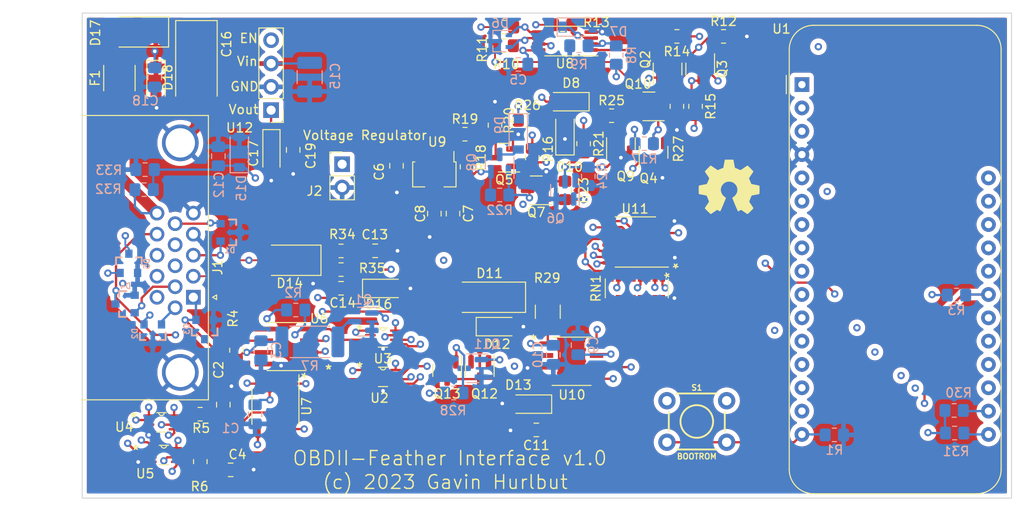
<source format=kicad_pcb>
(kicad_pcb (version 20211014) (generator pcbnew)
  (title_block (title "OBDII-Feather Interface") (date "2023-03-13") (rev "1.0") (company "Gavin Hurlbut"))
  (layers (0 "F.Cu" signal) (1 "In1.Cu" signal) (2 "In2.Cu" signal) (31 "B.Cu" signal) (34 "B.Paste" user) (35 "F.Paste" user) (36 "B.SilkS" user "B.Silkscreen") (37 "F.SilkS" user "F.Silkscreen") (38 "B.Mask" user) (39 "F.Mask" user) (44 "Edge.Cuts" user))
  (net 0 "")
  (net 1 "GND")
  (net 2 "SW_CAN")
  (net 3 "VJ1850_MON")
  (net 4 "+12V")
  (net 5 "+3V3")
  (net 6 "V_J1850")
  (net 7 "K_LINE")
  (net 8 "L_LINE")
  (net 9 "J1850_BUS+")
  (net 10 "J1850_BUS-")
  (net 11 "HS_CAN_HI")
  (net 12 "HS_CAN_LO")
  (net 13 "MS_CAN_HI")
  (net 14 "MS_CAN_LO")
  (net 15 "+5V")
  (net 16 "SDA")
  (net 17 "SCL")
  (net 18 "VBAT_MON")
  (net 19 "Net-(C2-Pad2)")
  (net 20 "Net-(C4-Pad1)")
  (net 21 "MUX_CAN_TX")
  (net 22 "/ISO K-Line/VBB")
  (net 23 "MUX_CAN_RX")
  (net 24 "Net-(D9-Pad2)")
  (net 25 "+BATT")
  (net 26 "SW_CAN_LOAD")
  (net 27 "SAE_VPW")
  (net 28 "J1850_RX")
  (net 29 "VPW_RX")
  (net 30 "SAE_PWM")
  (net 31 "PWM_RX")
  (net 32 "J1850_TX")
  (net 33 "ISO_K")
  (net 34 "ISO_L")
  (net 35 "ISO_LINE")
  (net 36 "SW_CAN_MODE0")
  (net 37 "SW_CAN_MODE1")
  (net 38 "SW_CAN_RX")
  (net 39 "CAN_HI")
  (net 40 "CAN_LO")
  (net 41 "Net-(R1-Pad1)")
  (net 42 "K_LINE_EN")
  (net 43 "CAN_SEL1")
  (net 44 "CAN_SEL0")
  (net 45 "K_LINE_RX")
  (net 46 "K_LINE_TX")
  (net 47 "SW_CAN_TX")
  (net 48 "CAN_TX")
  (net 49 "CAN_RX")
  (net 50 "~{CAN_EN}")
  (net 51 "MISO")
  (net 52 "MOSI")
  (net 53 "SCK")
  (net 55 "Net-(D6-Pad1)")
  (net 56 "Net-(D6-Pad2)")
  (net 57 "Net-(D7-Pad1)")
  (net 58 "Net-(D8-Pad1)")
  (net 59 "Net-(D10-Pad2)")
  (net 60 "Net-(D11-Pad1)")
  (net 61 "Net-(D14-Pad1)")
  (net 65 "Net-(D17-Pad2)")
  (net 66 "Net-(Q1-Pad3)")
  (net 67 "Net-(Q5-Pad3)")
  (net 68 "Net-(Q6-Pad3)")
  (net 69 "Net-(Q7-Pad3)")
  (net 70 "Net-(Q9-Pad3)")
  (net 71 "Net-(R4-Pad2)")
  (net 72 "Net-(R18-Pad2)")
  (net 82 "Net-(R8-Pad2)")
  (footprint "Resistor_SMD:R_0805_2012Metric_Pad1.20x1.40mm_HandSolder" (layer "F.Cu") (at 165.608 82.804)
    (fp_text reference "R25")
    (fp_text value "10k")
  )
  (footprint "Beirdo:742C163103JP" (layer "F.Cu") (at 168.35 101.61 -90)
    (fp_text reference "RN1")
    (fp_text value "10k" hide)
  )
  (footprint "Diode_SMD:D_SOD-123" (layer "F.Cu") (at 115.99 79.03 -90)
    (fp_text reference "D18")
    (fp_text value "BZT52B16 (16V)")
  )
  (footprint "Diode_SMD:D_SMA_Handsoldering" (layer "F.Cu") (at 151.84 102.58 180)
    (fp_text reference "D11")
    (fp_text value "BYS10-35")
  )
  (footprint "Module:Adafruit_Feather" (layer "F.Cu") (at 186.3375 79.42)
    (fp_text reference "U1")
    (fp_text value "Adafruit Feather STM32F405 Express")
  )
  (footprint "Resistor_SMD:R_0805_2012Metric_Pad1.20x1.40mm_HandSolder" (layer "F.Cu") (at 162.56 85.852 -90)
    (fp_text reference "R21")
    (fp_text value "10k")
  )
  (footprint "Capacitor_SMD:C_0805_2012Metric_Pad1.18x1.45mm_HandSolder" (layer "F.Cu") (at 123.317 114.2785 -90)
    (fp_text reference "C2")
    (fp_text value "560pF")
  )
  (footprint "Capacitor_SMD:C_0805_2012Metric_Pad1.18x1.45mm_HandSolder" (layer "F.Cu") (at 136.144 101.6 180)
    (fp_text reference "C14")
    (fp_text value "100nF 25V")
  )
  (footprint "UltraLibrarian:TH8056KDC-AAA-008-RE" (layer "F.Cu") (at 130.21 107.95 180)
    (fp_text reference "U6")
    (fp_text value "TH8056KDC-AAA-008-RE" hide)
  )
  (footprint "Beirdo:Switching_Regulator_Module" (layer "F.Cu") (at 128.55 82.3 180)
    (fp_text reference "U12")
    (fp_text value "Voltage Regulator")
  )
  (footprint "Capacitor_SMD:C_0805_2012Metric_Pad1.18x1.45mm_HandSolder" (layer "F.Cu") (at 148.336 93.472 -90)
    (fp_text reference "C7")
    (fp_text value "10uF 25V")
  )
  (footprint "Package_SO:SOIC-8_3.9x4.9mm_P1.27mm" (layer "F.Cu") (at 128.995 114.465 -90)
    (fp_text reference "U7")
    (fp_text value "MCP2562HD")
  )
  (footprint "Resistor_SMD:R_0805_2012Metric_Pad1.20x1.40mm_HandSolder" (layer "F.Cu") (at 156.448 83.312)
    (fp_text reference "R26")
    (fp_text value "10k")
  )
  (footprint "Diode_SMD:D_SMA" (layer "F.Cu") (at 130.556 98.552 180)
    (fp_text reference "D14")
    (fp_text value "MBRA340")
  )
  (footprint "Diode_SMD:D_SOD-123" (layer "F.Cu") (at 140.73 101.62)
    (fp_text reference "D16")
    (fp_text value "MM5Z4684 (3.3V)")
  )
  (footprint "Capacitor_Tantalum_SMD:CP_EIA-3216-10_Kemet-I_Pad1.58x1.35mm_HandSolder" (layer "F.Cu") (at 128.56 86.8075 -90)
    (fp_text reference "C17")
    (fp_text value "100uF Ta 6V")
  )
  (footprint "UltraLibrarian:MC33660BEFR2" (layer "F.Cu") (at 161.24415 109.555)
    (fp_text reference "U10")
    (fp_text value "MC33660BEFR2")
  )
  (footprint "Diode_SMD:D_SMA" (layer "F.Cu") (at 113.96 73.68 180)
    (fp_text reference "D17")
    (fp_text value "MBRA340")
  )
  (footprint "UltraLibrarian:TS5A3359DCUR" (layer "F.Cu") (at 140.701438 106.965143)
    (fp_text reference "U3")
    (fp_text value "TS5A3359DCUR" hide)
  )
  (footprint "Diode_SMD:D_SOD-123" (layer "F.Cu") (at 153.11 105.78)
    (fp_text reference "D12")
    (fp_text value "MMSZ5260C (43V 500mW)")
  )
  (footprint "Capacitor_SMD:C_0805_2012Metric_Pad1.18x1.45mm_HandSolder" (layer "F.Cu") (at 146.304 93.472 -90)
    (fp_text reference "C8")
    (fp_text value "100nF 25V")
  )
  (footprint "Package_TO_SOT_SMD:SOT-23" (layer "F.Cu") (at 166.624 85.852 90)
    (fp_text reference "Q9")
    (fp_text value "2N7002")
  )
  (footprint "Package_TO_SOT_SMD:SOT-23" (layer "F.Cu") (at 157.4015 90.932 180)
    (fp_text reference "Q7")
    (fp_text value "2N7002")
  )
  (footprint "Diode_SMD:D_SOD-123" (layer "F.Cu") (at 156.83 114.22 180)
    (fp_text reference "D13")
    (fp_text value "BZT52C27 (27V 500mW)")
  )
  (footprint "Package_SO:TSSOP-8_4.4x3mm_P0.65mm" (layer "F.Cu") (at 160.528 74.676 180)
    (fp_text reference "U8")
    (fp_text value "NCS20072")
  )
  (footprint "Resistor_SMD:R_0805_2012Metric_Pad1.20x1.40mm_HandSolder" (layer "F.Cu") (at 136.144 97.536)
    (fp_text reference "R34")
    (fp_text value "150k 1%")
  )
  (footprint "Connector_Dsub:DSUB-15-HD_Female_Horizontal_P2.29x1.98mm_EdgePinOffset8.35mm_Housed_MountingHolesOffset10.89mm" (layer "F.Cu") (at 120.053342 102.580651 -90)
    (fp_text reference "J1")
    (fp_text value "DB15_Female_HighDensity_MountingHoles")
  )
  (footprint "Capacitor_SMD:C_0805_2012Metric_Pad1.18x1.45mm_HandSolder" (layer "F.Cu") (at 124.1175 121.38)
    (fp_text reference "C4")
    (fp_text value "560pF")
  )
  (footprint "Capacitor_SMD:C_0805_2012Metric_Pad1.18x1.45mm_HandSolder" (layer "F.Cu") (at 139.8575 97.52 180)
    (fp_text reference "C13")
    (fp_text value "10uF 6V3")
  )
  (footprint "Package_TO_SOT_SMD:SOT-23" (layer "F.Cu") (at 169.672 81.788 180)
    (fp_text reference "Q10")
    (fp_text value "2N7002")
  )
  (footprint "Resistor_SMD:R_0805_2012Metric_Pad1.20x1.40mm_HandSolder" (layer "F.Cu") (at 120.793 115.316)
    (fp_text reference "R5")
    (fp_text value "100")
  )
  (footprint "Capacitor_SMD:C_0805_2012Metric_Pad1.18x1.45mm_HandSolder" (layer "F.Cu") (at 157.4125 117.03 180)
    (fp_text reference "C11")
    (fp_text value "5nF")
  )
  (footprint "Package_TO_SOT_SMD:SOT-23" (layer "F.Cu") (at 175.26 77.724 -90)
    (fp_text reference "Q3")
    (fp_text value "2N7002")
  )
  (footprint "UltraLibrarian:TS5A3359DCUR" (layer "F.Cu") (at 140.716 111.252)
    (fp_text reference "U2")
    (fp_text value "TS5A3359DCUR" hide)
  )
  (footprint "Capacitor_SMD:C_0805_2012Metric_Pad1.18x1.45mm_HandSolder" (layer "F.Cu") (at 130.93 86.53 -90)
    (fp_text reference "C19")
    (fp_text value "10uF")
  )
  (footprint "Capacitor_SMD:C_0805_2012Metric_Pad1.18x1.45mm_HandSolder" (layer "F.Cu") (at 142.18 88.26 90)
    (fp_text reference "C6")
    (fp_text value "100nF 25V")
  )
  (footprint "Package_TO_SOT_SMD:SOT-23" (layer "F.Cu") (at 170.18 86.7895 90)
    (fp_text reference "Q4")
    (fp_text value "2N7002")
  )
  (footprint "Resistor_SMD:R_0805_2012Metric_Pad1.20x1.40mm_HandSolder" (layer "F.Cu") (at 149.86 88.376 90)
    (fp_text reference "R18")
    (fp_text value "237 1%")
  )
  (footprint "Resistor_SMD:R_0805_2012Metric_Pad1.20x1.40mm_HandSolder" (layer "F.Cu") (at 153.908 75.184)
    (fp_text reference "R10")
    (fp_text value "10k")
  )
  (footprint "Capacitor_Tantalum_SMD:CP_EIA-7343-31_Kemet-D_Pad2.25x2.55mm_HandSolder" (layer "F.Cu") (at 120.39 77.03 -90)
    (fp_text reference "C16")
    (fp_text value "47uF 25V Ta")
  )
  (footprint "Diode_SMD:D_SOD-123" (layer "F.Cu") (at 160.528 84.836 90)
    (fp_text reference "D10")
    (fp_text value "BAT46J")
  )
  (footprint "Package_TO_SOT_SMD:SOT-23" (layer "F.Cu") (at 151.252 110.556 -90)
    (fp_text reference "Q12")
    (fp_text value "2N7002")
  )
  (footprint "Resistor_SMD:R_0805_2012Metric_Pad1.20x1.40mm_HandSolder" (layer "F.Cu") (at 152.908 83.836 90)
    (fp_text reference "R20")
    (fp_text value "374 1%")
  )
  (footprint "UltraLibrarian:TS5A3359DCUR" (layer "F.Cu") (at 116.84 119.761)
    (fp_text reference "U5")
    (fp_text value "TS5A3359DCUR" hide)
  )
  (footprint "Resistor_SMD:R_0805_2012Metric_Pad1.20x1.40mm_HandSolder" (layer "F.Cu") (at 124.749 108.347 90)
    (fp_text reference "R4")
    (fp_text value "6k49 1%")
  )
  (footprint "Resistor_SMD:R_0805_2012Metric_Pad1.20x1.40mm_HandSolder" (layer "F.Cu") (at 136.144 99.568 180)
    (fp_text reference "R35")
    (fp_text value "100k 1%")
  )
  (footprint "UltraLibrarian:TS5A3359DCUR" (layer "F.Cu") (at 116.586 116.205)
    (fp_text reference "U4")
    (fp_text value "TS5A3359DCUR" hide)
  )
  (footprint "Resistor_SMD:R_0805_2012Metric_Pad1.20x1.40mm_HandSolder" (layer "F.Cu") (at 156.972 87.376 -90)
    (fp_text reference "R16")
    (fp_text value "100k")
  )
  (footprint "Package_TO_SOT_SMD:SOT-23" (layer "F.Cu") (at 147.696 110.556 -90)
    (fp_text reference "Q13")
    (fp_text value "2N7002")
  )
  (footprint "Package_TO_SOT_SMD:SOT-89-3" (layer "F.Cu") (at 146.304 88.9 -90)
    (fp_text reference "U9")
    (fp_text value "LM317L_SOT-89")
  )
  (footprint "Resistor_SMD:R_0805_2012Metric_Pad1.20x1.40mm_HandSolder" (layer "F.Cu") (at 174.752 81.788 -90)
    (fp_text reference "R15")
    (fp_text value "10k")
  )
  (footprint "Resistor_SMD:R_0805_2012Metric_Pad1.20x1.40mm_HandSolder" (layer "F.Cu") (at 172.72 74.168 180)
    (fp_text reference "R14")
    (fp_text value "10k")
  )
  (footprint "Diode_SMD:D_SOD-123" (layer "F.Cu") (at 160.91 81.28 180)
    (fp_text reference "D8")
    (fp_text value "BAT46J")
  )
  (footprint "Resistor_SMD:R_0805_2012Metric_Pad1.20x1.40mm_HandSolder" (layer "F.Cu") (at 149.637508 84.821826)
    (fp_text reference "R19")
    (fp_text value "866 1%")
  )
  (footprint "Symbol:OSHW-Symbol_6.7x6mm_SilkScreen" (layer "F.Cu") (at 178.4 90.57)
    (fp_text reference "REF**" hide)
    (fp_text value "OSHW-Symbol_6.7x6mm_SilkScreen" hide)
  )
  (footprint "Resistor_SMD:R_0805_2012Metric_Pad1.20x1.40mm_HandSolder" (layer "F.Cu") (at 120.81 120.48 -90)
    (fp_text reference "R6")
    (fp_text value "100")
  )
  (footprint "Resistor_SMD:R_0805_2012Metric_Pad1.20x1.40mm_HandSolder" (layer "F.Cu") (at 160.528 90.948 90)
    (fp_text reference "R23")
    (fp_text value "100k")
  )
  (footprint "Resistor_SMD:R_0805_2012Metric_Pad1.20x1.40mm_HandSolder" (layer "F.Cu") (at 153.94 73.152 180)
    (fp_text reference "R11")
    (fp_text value "10k")
  )
  (footprint "Package_SO:TSSOP-16_4.4x5mm_P0.65mm" (layer "F.Cu") (at 168.2 96.56 180)
    (fp_text reference "U11")
    (fp_text value "TCA9534")
  )
  (footprint "Resistor_SMD:R_0805_2012Metric_Pad1.20x1.40mm_HandSolder" (layer "F.Cu") (at 177.8 74.168)
    (fp_text reference "R12")
    (fp_text value "10k")
  )
  (footprint "Resistor_SMD:R_0805_2012Metric_Pad1.20x1.40mm_HandSolder" (layer "F.Cu") (at 172.72 81.788 -90)
    (fp_text reference "R27")
    (fp_text value "100k")
  )
  (footprint "Package_TO_SOT_SMD:SOT-23" (layer "F.Cu") (at 171.704 77.724 90)
    (fp_text reference "Q2")
    (fp_text value "2N7002")
  )
  (footprint "Resistor_SMD:R_1210_3225Metric_Pad1.30x2.65mm_HandSolder" (layer "F.Cu") (at 158.66 104.16 -90)
    (fp_text reference "R29")
    (fp_text value "510R 500mW")
  )
  (footprint "Resistor_SMD:R_0805_2012Metric_Pad1.20x1.40mm_HandSolder" (layer "F.Cu") (at 160.274 72.898 180)
    (fp_text reference "R13")
    (fp_text value "10k")
  )
  (footprint "SparkFun-Switches:TACTILE_SWITCH_PTH_6.0MM" (layer "F.Cu") (at 174.8888 116.1106)
    (fp_text reference "S1")
    (fp_text value "BOOTROM")
  )
  (footprint "Package_TO_SOT_SMD:SOT-23" (layer "F.Cu") (at 153.924 87.376 180)
    (fp_text reference "Q5")
    (fp_text value "2N7002")
  )
  (footprint "Connector_PinHeader_2.54mm:PinHeader_1x02_P2.54mm_Vertical" (layer "F.Cu") (at 136.26 88.09)
    (fp_text reference "J2")
    (fp_text value "USB-C power in")
  )
  (footprint "Resistor_SMD:R_1812_4532Metric_Pad1.30x3.40mm_HandSolder" (layer "F.Cu") (at 112 78.71 90)
    (fp_text reference "F1")
    (fp_text value "3A Polyfuse")
  )
  (footprint "Capacitor_SMD:C_0805_2012Metric_Pad1.18x1.45mm_HandSolder" (layer "B.Cu") (at 161.95 107.7975 90)
    (fp_text reference "C9")
    (fp_text value "100nF")
  )
  (footprint "SparkFun-Silicon-Standard:SOT23-3" (layer "B.Cu") (at 112.66678 103.31196 -90)
    (fp_text reference "D4")
    (fp_text value "MMBZ27VALT116")
  )
  (footprint "Resistor_SMD:R_0805_2012Metric_Pad1.20x1.40mm_HandSolder" (layer "B.Cu") (at 114.69 90.86)
    (fp_text reference "R32")
    (fp_text value "499k 1%")
  )
  (footprint "Package_TO_SOT_SMD:SOT-23" (layer "B.Cu") (at 160.528 90.932 90)
    (fp_text reference "Q6")
    (fp_text value "2N7002")
  )
  (footprint "SparkFun-Silicon-Standard:SOT23-3" (layer "B.Cu") (at 121.285 106.045)
    (fp_text reference "D3")
    (fp_text value "MMBZ27VCLT1")
  )
  (footprint "Package_TO_SOT_SMD:SOT-23" (layer "B.Cu") (at 138.5625 105.24 180)
    (fp_text reference "Q1")
    (fp_text value "2N7002")
  )
  (footprint "Capacitor_SMD:C_0805_2012Metric_Pad1.18x1.45mm_HandSolder" (layer "B.Cu") (at 126.78 115.3325 90)
    (fp_text reference "C1")
    (fp_text value "1uF 6V3")
  )
  (footprint "Resistor_SMD:R_0805_2012Metric_Pad1.20x1.40mm_HandSolder" (layer "B.Cu") (at 202.97 117.37)
    (fp_text reference "R31")
    (fp_text value "10k")
  )
  (footprint "Capacitor_SMD:C_0805_2012Metric_Pad1.18x1.45mm_HandSolder" (layer "B.Cu") (at 159.26 108.85 -90)
    (fp_text reference "C10")
    (fp_text value "10nF")
  )
  (footprint "Capacitor_SMD:C_0805_2012Metric_Pad1.18x1.45mm_HandSolder" (layer "B.Cu") (at 122.78 87.2175 90)
    (fp_text reference "C12")
    (fp_text value "100nF 25V")
  )
  (footprint "Package_TO_SOT_SMD:SOT-23" (layer "B.Cu") (at 150.4875 110.32 180)
    (fp_text reference "Q11")
    (fp_text value "2N7002")
  )
  (footprint "Diode_SMD:D_SOD-123" (layer "B.Cu") (at 125.06 86.77 90)
    (fp_text reference "D15")
    (fp_text value "MMSZ4684 (3.3V)")
  )
  (footprint "SparkFun-Silicon-Standard:SOT23-3" (layer "B.Cu") (at 115.63604 106.53522)
    (fp_text reference "D2")
    (fp_text value "PESD1CAN")
  )
  (footprint "Resistor_SMD:R_0805_2012Metric_Pad1.20x1.40mm_HandSolder" (layer "B.Cu") (at 162.052 75.184 180)
    (fp_text reference "R9")
    (fp_text value "10k")
  )
  (footprint "Diode_SMD:D_SOD-123" (layer "B.Cu") (at 161.926 73.152)
    (fp_text reference "D7")
    (fp_text value "BAT54J")
  )
  (footprint "Capacitor_SMD:C_0805_2012Metric_Pad1.18x1.45mm_HandSolder" (layer "B.Cu") (at 127.416 108.3525 90)
    (fp_text reference "C3")
    (fp_text value "150pF")
  )
  (footprint "Resistor_SMD:R_0805_2012Metric_Pad1.20x1.40mm_HandSolder" (layer "B.Cu") (at 114.8 88.68 180)
    (fp_text reference "R33")
    (fp_text value "100k 1%")
  )
  (footprint "Resistor_SMD:R_0805_2012Metric_Pad1.20x1.40mm_HandSolder" (layer "B.Cu") (at 166.116 76.2 90)
    (fp_text reference "R8")
    (fp_text value "2k2")
  )
  (footprint "Resistor_SMD:R_0805_2012Metric_Pad1.20x1.40mm_HandSolder" (layer "B.Cu") (at 131.21 103.97)
    (fp_text reference "R2")
    (fp_text value "1k")
  )
  (footprint "SparkFun-Silicon-Standard:SOT23-3" (layer "B.Cu") (at 124.02018 95.51 90)
    (fp_text reference "D1")
    (fp_text value "PESD1CAN")
  )
  (footprint "Capacitor_SMD:C_0805_2012Metric_Pad1.18x1.45mm_HandSolder" (layer "B.Cu") (at 155.448 77.216)
    (fp_text reference "C5")
    (fp_text value "100nF 25V")
  )
  (footprint "Resistor_SMD:R_0805_2012Metric_Pad1.20x1.40mm_HandSolder" (layer "B.Cu") (at 189.87 117.57)
    (fp_text reference "R1")
    (fp_text value "10k")
  )
  (footprint "Package_TO_SOT_SMD:SOT-323_SC-70" (layer "B.Cu") (at 153.416 74.676 180)
    (fp_text reference "D6")
    (fp_text value "BAT54AW")
  )
  (footprint "Resistor_SMD:R_0805_2012Metric_Pad1.20x1.40mm_HandSolder" (layer "B.Cu") (at 203.17 102.34)
    (fp_text reference "R3")
    (fp_text value "100k")
  )
  (footprint "Resistor_SMD:R_0805_2012Metric_Pad1.20x1.40mm_HandSolder" (layer "B.Cu") (at 153.416 91.44)
    (fp_text reference "R22")
    (fp_text value "1k5")
  )
  (footprint "Capacitor_SMD:C_1210_3225Metric_Pad1.33x2.70mm_HandSolder" (layer "B.Cu") (at 132.72 78.61 -90)
    (fp_text reference "C15")
    (fp_text value "10uF 100V")
  )
  (footprint "Resistor_SMD:R_2512_6332Metric_Pad1.40x3.35mm_HandSolder" (layer "B.Cu") (at 132.75 107.442)
    (fp_text reference "R7")
    (fp_text value "130 1W")
  )
  (footprint "Resistor_SMD:R_0805_2012Metric_Pad1.20x1.40mm_HandSolder" (layer "B.Cu") (at 163.068 89.408 -90)
    (fp_text reference "R24")
    (fp_text value "100k")
  )
  (footprint "Diode_SMD:D_SOD-123" (layer "B.Cu") (at 155.448 84.836 -90)
    (fp_text reference "D9")
    (fp_text value "BAT46J")
  )
  (footprint "Resistor_SMD:R_0805_2012Metric_Pad1.20x1.40mm_HandSolder" (layer "B.Cu") (at 202.92 114.91)
    (fp_text reference "R30")
    (fp_text value "10k")
  )
  (footprint "Resistor_SMD:R_0805_2012Metric_Pad1.20x1.40mm_HandSolder" (layer "B.Cu") (at 148.42 113.01)
    (fp_text reference "R28")
    (fp_text value "10k")
  )
  (footprint "SparkFun-Silicon-Standard:SOT23-3" (layer "B.Cu") (at 113.03 98.933 180)
    (fp_text reference "D5")
    (fp_text value "MMBZ27VALT116")
  )
  (footprint "Capacitor_SMD:C_0805_2012Metric_Pad1.18x1.45mm_HandSolder" (layer "B.Cu") (at 115.85 78.6375 -90)
    (fp_text reference "C18")
    (fp_text value "100nF 25V")
  )
  (footprint "Resistor_SMD:R_0805_2012Metric_Pad1.20x1.40mm_HandSolder" (layer "B.Cu") (at 169.164 85.852)
    (fp_text reference "R17")
    (fp_text value "10k")
  )
  (footprint "Package_TO_SOT_SMD:SOT-23" (layer "B.Cu") (at 153.416 87.9625 90)
    (fp_text reference "Q8")
    (fp_text value "DMG2301L")
  )
  (gr_rect (start 107.95 71.628) (end 209.169 124.46) (layer "Edge.Cuts") (width 0.1) (fill none))
  (gr_text "OBDII-Feather Interface v1.0" (at 147.99 120.11) (layer "F.SilkS") (effects (font (size 1.55 1.55))))
  (gr_text "(c) 2023 Gavin Hurlbut" (at 147.49 122.71) (layer "F.SilkS") (effects (font (size 1.5 1.5))))
  (segment (start 171.15 89.57) (end 171.13 89.55) (width 0.25) (layer "F.Cu") (net 1))
  (segment (start 142.18 91.12) (end 142.22 91.16) (width 0.25) (layer "F.Cu") (net 1))
  (segment (start 167.15 102.6514) (end 167.950001 102.6514) (width 0.25) (layer "F.Cu") (net 1))
  (segment (start 133.604 101.6) (end 133.096 101.092) (width 0.25) (layer "F.Cu") (net 1))
  (segment (start 171.0625 97.535) (end 171.0625 98.185) (width 0.25) (layer "F.Cu") (net 1))
  (segment (start 172.4314 102.6514) (end 172.45 102.67) (width 0.25) (layer "F.Cu") (net 1))
  (segment (start 172.445 94.285) (end 172.45 94.28) (width 0.25) (layer "F.Cu") (net 1))
  (segment (start 125.155 121.38) (end 126.59 121.38) (width 0.25) (layer "F.Cu") (net 1))
  (segment (start 171.0625 94.285) (end 172.445 94.285) (width 0.25) (layer "F.Cu") (net 1))
  (segment (start 139.3444 112.002001) (end 139.942001 112.002001) (width 0.25) (layer "F.Cu") (net 1))
  (segment (start 156.54 110.19) (end 156.45 110.28) (width 0.25) (layer "F.Cu") (net 1))
  (segment (start 158.339 89.057) (end 158.496 88.9) (width 0.25) (layer "F.Cu") (net 1))
  (segment (start 158.339 89.982) (end 158.339 89.057) (width 0.25) (layer "F.Cu") (net 1))
  (segment (start 120.39 84.008993) (end 118.633342 85.765651) (width 1.2) (layer "F.Cu") (net 1))
  (segment (start 171.0625 98.185) (end 171.0625 98.835) (width 0.25) (layer "F.Cu") (net 1))
  (segment (start 115.99 80.68) (end 115.99 81.89) (width 0.25) (layer "F.Cu") (net 1))
  (segment (start 126.59 121.38) (end 126.62 121.35) (width 0.25) (layer "F.Cu") (net 1))
  (segment (start 146.304 95.504) (end 145.796 96.012) (width 0.25) (layer "F.Cu") (net 1))
  (segment (start 115.4684 120.511001) (end 114.057999 120.511001) (width 0.25) (layer "F.Cu") (net 1))
  (segment (start 164.592 73.66) (end 163.4315 73.66) (width 0.25) (layer "F.Cu") (net 1))
  (segment (start 170.350001 102.6514) (end 171.149999 102.6514) (width 0.25) (layer "F.Cu") (net 1))
  (segment (start 115.99 81.89) (end 116.05 81.95) (width 0.25) (layer "F.Cu") (net 1))
  (segment (start 140.895 97.52) (end 142.29 97.52) (width 0.25) (layer "F.Cu") (net 1))
  (segment (start 129.63 110.05) (end 129.61 110.03) (width 0.25) (layer "F.Cu") (net 1))
  (segment (start 154.8615 86.426) (end 154.8615 85.4225) (width 0.25) (layer "F.Cu") (net 1))
  (segment (start 167.2105 86.7895) (end 166.624 87.376) (width 0.25) (layer "F.Cu") (net 1))
  (segment (start 127.7462 109.855) (end 129.435 109.855) (width 0.25) (layer "F.Cu") (net 1))
  (segment (start 139.942001 112.002001) (end 140.716 112.776) (width 0.25) (layer "F.Cu") (net 1))
  (segment (start 120.39 80.23) (end 120.39 84.008993) (width 1.2) (layer "F.Cu") (net 1))
  (segment (start 139.992006 107.715144) (end 140.480862 108.204) (width 0.25) (layer "F.Cu") (net 1))
  (segment (start 142.18 89.2975) (end 142.18 91.12) (width 0.25) (layer "F.Cu") (net 1))
  (segment (start 172.4955 98.267299) (end 172.413201 98.185) (width 0.25) (layer "F.Cu") (net 1))
  (segment (start 167.574 86.7895) (end 167.2105 86.7895) (width 0.25) (layer "F.Cu") (net 1))
  (segment (start 171.13 89.55) (end 171.13 87.727) (width 0.25) (layer "F.Cu") (net 1))
  (segment (start 123.317 113.157) (end 124.206 112.268) (width 0.25) (layer "F.Cu") (net 1))
  (segment (start 154.76 105.78) (end 156 105.78) (width 0.25) (layer "F.Cu") (net 1))
  (segment (start 158.52 110.19) (end 156.54 110.19) (width 0.25) (layer "F.Cu") (net 1))
  (segment (start 167.950001 102.6514) (end 168.749999 102.6514) (width 0.25) (layer "F.Cu") (net 1))
  (segment (start 155.18 114.22) (end 153.77 114.22) (width 0.25) (layer "F.Cu") (net 1))
  (segment (start 146.304 94.5095) (end 146.304 95.504) (width 0.25) (layer "F.Cu") (net 1))
  (segment (start 115.2144 116.955001) (end 115.2144 117.5766) (width 0.25) (layer "F.Cu") (net 1))
  (segment (start 172.72 84.36) (end 172.72 82.788) (width 0.25) (layer "F.Cu") (net 1))
  (segment (start 114.057999 120.511001) (end 114.046 120.523) (width 0.25) (layer "F.Cu") (net 1))
  (segment (start 168.749999 102.6514) (end 169.55 102.6514) (width 0.25) (layer "F.Cu") (net 1))
  (segment (start 154.8615 85.4225) (end 155.448 84.836) (width 0.25) (layer "F.Cu") (net 1))
  (segment (start 135.1065 101.6) (end 135.1065 99.6055) (width 0.25) (layer "F.Cu") (net 1))
  (segment (start 129.63 111.99) (end 129.63 110.05) (width 0.25) (layer "F.Cu") (net 1))
  (segment (start 153.77 114.22) (end 153.7 114.15) (width 0.25) (layer "F.Cu") (net 1))
  (segment (start 142.38 101.62) (end 143.7 101.62) (width 0.25) (layer "F.Cu") (net 1))
  (segment (start 135.1065 101.6) (end 133.604 101.6) (width 0.25) (layer "F.Cu") (net 1))
  (segment (start 130.93 87.5675) (end 130.93 89.15) (width 0.25) (layer "F.Cu") (net 1))
  (segment (start 140.480862 108.204) (end 140.716 108.204) (width 0.25) (layer "F.Cu") (net 1))
  (segment (start 166.350001 102.6514) (end 167.15 102.6514) (width 0.25) (layer "F.Cu") (net 1))
  (segment (start 139.329838 107.715144) (end 139.992006 107.715144) (width 0.25) (layer "F.Cu") (net 1))
  (segment (start 160.528 89.948) (end 158.373 89.948) (width 0.25) (layer "F.Cu") (net 1))
  (segment (start 152.908 82.836) (end 152.908 81.28) (width 0.25) (layer "F.Cu") (net 1))
  (segment (start 154.65 117.03) (end 154.6 117.08) (width 0.25) (layer "F.Cu") (net 1))
  (segment (start 156.375 117.03) (end 154.65 117.03) (width 0.25) (layer "F.Cu") (net 1))
  (segment (start 169.55 102.6514) (end 170.350001 102.6514) (width 0.25) (layer "F.Cu") (net 1))
  (segment (start 171.149999 102.6514) (end 172.4314 102.6514) (width 0.25) (layer "F.Cu") (net 1))
  (segment (start 129.435 109.855) (end 129.61 110.03) (width 0.25) (layer "F.Cu") (net 1))
  (segment (start 128.56 89.85) (end 128.54 89.87) (width 0.25) (layer "F.Cu") (net 1))
  (segment (start 178.8 74.168) (end 180.34 74.168) (width 0.25) (layer "F.Cu") (net 1))
  (segment (start 148.336 94.5095) (end 146.304 94.5095) (width 0.25) (layer "F.Cu") (net 1))
  (segment (start 128.56 88.245) (end 128.56 89.85) (width 0.25) (layer "F.Cu") (net 1))
  (segment (start 165.550001 102.6514) (end 166.350001 102.6514) (width 0.25) (layer "F.Cu") (net 1))
  (segment (start 172.413201 98.185) (end 171.0625 98.185) (width 0.25) (layer "F.Cu") (net 1))
  (segment (start 160.528 86.486) (end 160.528 85.344) (width 0.25) (layer "F.Cu") (net 1))
  (via (at 164.592 73.66) (size 0.8) (drill 0.4) (layers "F.Cu" "B.Cu") (net 1))
  (via (at 114.046 120.523) (size 0.8) (drill 0.4) (layers "F.Cu" "B.Cu") (net 1))
  (via (at 171.15 89.57) (size 0.8) (drill 0.4) (layers "F.Cu" "B.Cu") (net 1))
  (via (at 158.496 88.9) (size 0.8) (drill 0.4) (layers "F.Cu" "B.Cu") (net 1))
  (via (at 153.7 114.15) (size 0.8) (drill 0.4) (layers "F.Cu" "B.Cu") (net 1))
  (via (at 115.2144 117.5766) (size 0.8) (drill 0.4) (layers "F.Cu" "B.Cu") (net 1))
  (via (at 172.45 94.28) (size 0.8) (drill 0.4) (layers "F.Cu" "B.Cu") (net 1))
  (via (at 156.45 110.28) (size 0.8) (drill 0.4) (layers "F.Cu" "B.Cu") (net 1))
  (via (at 172.45 102.67) (size 0.8) (drill 0.4) (layers "F.Cu" "B.Cu") (net 1))
  (via (at 126.62 121.35) (size 0.8) (drill 0.4) (layers "F.Cu" "B.Cu") (net 1))
  (via (at 130.93 89.15) (size 0.8) (drill 0.4) (layers "F.Cu" "B.Cu") (net 1))
  (via (at 152.908 81.28) (size 0.8) (drill 0.4) (layers "F.Cu" "B.Cu") (net 1))
  (via (at 140.716 112.776) (size 0.8) (drill 0.4) (layers "F.Cu" "B.Cu") (net 1))
  (via (at 142.29 97.52) (size 0.8) (drill 0.4) (layers "F.Cu" "B.Cu") (net 1))
  (via (at 140.716 108.204) (size 0.8) (drill 0.4) (layers "F.Cu" "B.Cu") (net 1))
  (via (at 133.096 101.092) (size 0.8) (drill 0.4) (layers "F.Cu" "B.Cu") (net 1))
  (via (at 129.61 110.03) (size 0.8) (drill 0.4) (layers "F.Cu" "B.Cu") (net 1))
  (via (at 142.22 91.16) (size 0.8) (drill 0.4) (layers "F.Cu" "B.Cu") (net 1))
  (via (at 180.34 74.168) (size 0.8) (drill 0.4) (layers "F.Cu" "B.Cu") (net 1))
  (via (at 166.624 87.376) (size 0.8) (drill 0.4) (layers "F.Cu" "B.Cu") (net 1))
  (via (at 128.54 89.87) (size 0.8) (drill 0.4) (layers "F.Cu" "B.Cu") (net 1))
  (via (at 172.72 84.36) (size 0.8) (drill 0.4) (layers "F.Cu" "B.Cu") (net 1))
  (via (at 172.4955 98.267299) (size 0.8) (drill 0.4) (layers "F.Cu" "B.Cu") (net 1))
  (via (at 124.206 112.268) (size 0.8) (drill 0.4) (layers "F.Cu" "B.Cu") (net 1))
  (via (at 116.05 81.95) (size 0.8) (drill 0.4) (layers "F.Cu" "B.Cu") (net 1))
  (via (at 145.796 96.012) (size 0.8) (drill 0.4) (layers "F.Cu" "B.Cu") (net 1))
  (via (at 143.7 101.62) (size 0.8) (drill 0.4) (layers "F.Cu" "B.Cu") (net 1))
  (via (at 160.528 85.344) (size 0.8) (drill 0.4) (layers "F.Cu" "B.Cu") (net 1))
  (via (at 154.6 117.08) (size 0.8) (drill 0.4) (layers "F.Cu" "B.Cu") (net 1))
  (via (at 156 105.78) (size 0.8) (drill 0.4) (layers "F.Cu" "B.Cu") (net 1))
  (via (at 155.448 84.836) (size 0.8) (drill 0.4) (layers "F.Cu" "B.Cu") (net 1))
  (segment (start 123.447 109.347) (end 119.16 105.06) (width 0.25) (layer "F.Cu") (net 2))
  (segment (start 127.7462 108.585) (end 125.511 108.585) (width 0.25) (layer "F.Cu") (net 2))
  (segment (start 124.749 109.347) (end 123.447 109.347) (width 0.25) (layer "F.Cu") (net 2))
  (segment (start 125.511 108.585) (end 124.749 109.347) (width 0.25) (layer "F.Cu") (net 2))
  (via (at 125.865 108.585) (size 0.8) (drill 0.4) (layers "F.Cu" "B.Cu") (net 2))
  (via (at 119.16 105.06) (size 0.8) (drill 0.4) (layers "F.Cu" "B.Cu") (net 2))
  (segment (start 126.146 108.585) (end 127.416 107.315) (width 0.25) (layer "B.Cu") (net 2))
  (segment (start 129.7 107.442) (end 127.543 107.442) (width 0.25) (layer "B.Cu") (net 2))
  (segment (start 125.865 108.585) (end 126.146 108.585) (width 0.25) (layer "B.Cu") (net 2))
  (segment (start 120.33504 105.04678) (end 119.17322 105.04678) (width 0.25) (layer "B.Cu") (net 2))
  (segment (start 120.33504 105.04678) (end 120.33504 102.862349) (width 0.25) (layer "B.Cu") (net 2))
  (segment (start 119.17322 105.04678) (end 119.16 105.06) (width 0.25) (layer "B.Cu") (net 2))
  (segment (start 139.08 101.62) (end 137.2015 101.62) (width 0.25) (layer "F.Cu") (net 3))
  (segment (start 137.144 99.568) (end 141.562 99.568) (width 0.25) (layer "F.Cu") (net 3))
  (segment (start 141.562 99.568) (end 141.59 99.54) (width 0.25) (layer "F.Cu") (net 3))
  (segment (start 138.82 97.52) (end 137.16 97.52) (width 0.25) (layer "F.Cu") (net 3))
  (segment (start 137.144 99.568) (end 137.144 97.536) (width 0.25) (layer "F.Cu") (net 3))
  (segment (start 137.1815 101.6) (end 137.1815 99.6055) (width 0.25) (layer "F.Cu") (net 3))
  (via (at 141.59 99.54) (size 0.8) (drill 0.4) (layers "F.Cu" "B.Cu") (net 3))
  (segment (start 142.2075 87.25) (end 144.804 87.25) (width 0.25) (layer "F.Cu") (net 4))
  (via (at 115.85 75.79) (size 0.8) (drill 0.4) (layers "F.Cu" "B.Cu") (net 4))
  (segment (start 132.6449 77.1226) (end 128.5223 77.1226) (width 0.25) (layer "B.Cu") (net 4))
  (segment (start 115.85 77.6) (end 115.85 75.79) (width 0.25) (layer "B.Cu") (net 4))
  (segment (start 142.073038 106.215142) (end 142.073038 105.363038) (width 0.25) (layer "F.Cu") (net 5))
  (segment (start 175.178 74.168) (end 175.18 74.17) (width 0.25) (layer "F.Cu") (net 5))
  (segment (start 156.972 84.932) (end 156.96 84.92) (width 0.25) (layer "F.Cu") (net 5))
  (segment (start 142.073038 105.363038) (end 142.07 105.36) (width 0.25) (layer "F.Cu") (net 5))
  (segment (start 164.1183 108.77) (end 163.9683 108.92) (width 0.25) (layer "F.Cu") (net 5))
  (segment (start 155.956 75.692) (end 157.6245 75.692) (width 0.25) (layer "F.Cu") (net 5))
  (segment (start 173.72 74.168) (end 175.178 74.168) (width 0.25) (layer "F.Cu") (net 5))
  (segment (start 162.56 84.852) (end 162.56 83.32) (width 0.25) (layer "F.Cu") (net 5))
  (segment (start 165.3375 98.835) (end 164.125 98.835) (width 0.25) (layer "F.Cu") (net 5))
  (segment (start 156.972 86.376) (end 156.972 84.932) (width 0.25) (layer "F.Cu") (net 5))
  (segment (start 127.09 118.58) (end 127.04 118.63) (width 0.25) (layer "F.Cu") (net 5))
  (segment (start 142.0876 110.501999) (end 142.0876 109.791336) (width 0.25) (layer "F.Cu") (net 5))
  (segment (start 164.125 98.835) (end 164.012299 98.947701) (width 0.25) (layer "F.Cu") (net 5))
  (segment (start 174.752 82.788) (end 174.752 84.023402) (width 0.25) (layer "F.Cu") (net 5))
  (segment (start 174.752 84.023402) (end 174.592701 84.182701) (width 0.25) (layer "F.Cu") (net 5))
  (segment (start 165.53 108.77) (end 164.1183 108.77) (width 0.25) (layer "F.Cu") (net 5))
  (segment (start 142.0876 109.791336) (end 142.074061 109.777797) (width 0.25) (layer "F.Cu") (net 5))
  (segment (start 127.09 116.94) (end 127.09 118.58) (width 0.25) (layer "F.Cu") (net 5))
  (via (at 165.53 108.77) (size 0.8) (drill 0.4) (layers "F.Cu" "B.Cu") (net 5))
  (via (at 142.074061 109.777797) (size 0.8) (drill 0.4) (layers "F.Cu" "B.Cu") (net 5))
  (via (at 174.592701 84.182701) (size 0.8) (drill 0.4) (layers "F.Cu" "B.Cu") (net 5))
  (via (at 128.07 104.92) (size 0.8) (drill 0.4) (layers "F.Cu" "B.Cu") (net 5))
  (via (at 142.07 105.36) (size 0.8) (drill 0.4) (layers "F.Cu" "B.Cu") (net 5))
  (via (at 200.07 117.32) (size 0.8) (drill 0.4) (layers "F.Cu" "B.Cu") (net 5))
  (via (at 164.012299 98.947701) (size 0.8) (drill 0.4) (layers "F.Cu" "B.Cu") (net 5))
  (via (at 127.04 118.63) (size 0.8) (drill 0.4) (layers "F.Cu" "B.Cu") (net 5))
  (via (at 156.96 84.92) (size 0.8) (drill 0.4) (layers "F.Cu" "B.Cu") (net 5))
  (via (at 162.56 83.32) (size 0.8) (drill 0.4) (layers "F.Cu" "B.Cu") (net 5))
  (via (at 175.18 74.17) (size 0.8) (drill 0.4) (layers "F.Cu" "B.Cu") (net 5))
  (via (at 200.51 102.29) (size 0.8) (drill 0.4) (layers "F.Cu" "B.Cu") (net 5))
  (via (at 155.956 75.692) (size 0.8) (drill 0.4) (layers "F.Cu" "B.Cu") (net 5))
  (via (at 168.1 84.3) (size 0.8) (drill 0.4) (layers "F.Cu" "B.Cu") (net 5))
  (via (at 145.77 113.03) (size 0.8) (drill 0.4) (layers "F.Cu" "B.Cu") (net 5))
  (segment (start 165.465 108.835) (end 165.53 108.77) (width 0.25) (layer "B.Cu") (net 5))
  (segment (start 201.92 114.91) (end 201.92 117.32) (width 0.25) (layer "B.Cu") (net 5))
  (segment (start 200.56 102.34) (end 200.51 102.29) (width 0.25) (layer "B.Cu") (net 5))
  (segment (start 145.79 113.01) (end 145.77 113.03) (width 0.25) (layer "B.Cu") (net 5))
  (segment (start 161.95 108.835) (end 165.465 108.835) (width 0.25) (layer "B.Cu") (net 5))
  (segment (start 130.21 103.97) (end 129.02 103.97) (width 0.25) (layer "B.Cu") (net 5))
  (segment (start 156.4855 77.216) (end 156.4855 76.2215) (width 0.25) (layer "B.Cu") (net 5))
  (segment (start 129.02 103.97) (end 128.07 104.92) (width 0.25) (layer "B.Cu") (net 5))
  (segment (start 168.164 84.364) (end 168.1 84.3) (width 0.25) (layer "B.Cu") (net 5))
  (segment (start 201.97 117.37) (end 200.12 117.37) (width 0.25) (layer "B.Cu") (net 5))
  (segment (start 200.12 117.37) (end 200.07 117.32) (width 0.25) (layer "B.Cu") (net 5))
  (segment (start 156.4855 76.2215) (end 155.956 75.692) (width 0.25) (layer "B.Cu") (net 5))
  (segment (start 202.17 102.34) (end 200.56 102.34) (width 0.25) (layer "B.Cu") (net 5))
  (segment (start 147.42 113.01) (end 145.79 113.01) (width 0.25) (layer "B.Cu") (net 5))
  (segment (start 168.164 85.852) (end 168.164 84.364) (width 0.25) (layer "B.Cu") (net 5))
  (segment (start 146.304 92.4345) (end 148.336 92.4345) (width 0.25) (layer "F.Cu") (net 6))
  (segment (start 146.812 88.9) (end 149.384 88.9) (width 0.25) (layer "F.Cu") (net 6))
  (segment (start 146.304 92.4345) (end 146.304 87.3375) (width 0.25) (layer "F.Cu") (net 6))
  (segment (start 150.4 89.376) (end 150.876 88.9) (width 0.25) (layer "F.Cu") (net 6))
  (segment (start 150.876 88.9) (end 151.384 88.9) (width 0.25) (layer "F.Cu") (net 6))
  (segment (start 149.384 88.9) (end 149.86 89.376) (width 0.25) (layer "F.Cu") (net 6))
  (via (at 151.384 88.9) (size 0.8) (drill 0.4) (layers "F.Cu" "B.Cu") (net 6))
  (segment (start 152.416 91.44) (end 152.416 88.95) (width 0.25) (layer "B.Cu") (net 6))
  (segment (start 151.384 88.9) (end 152.466 88.9) (width 0.25) (layer "B.Cu") (net 6))
  (segment (start 145.06752 102.64952) (end 133.646118 102.64952) (width 0.25) (layer "F.Cu") (net 7))
  (segment (start 115.648042 101.435651) (end 118.073342 101.435651) (width 0.25) (layer "F.Cu") (net 7))
  (segment (start 114.427 103.505) (end 114.427 102.656693) (width 0.25) (layer "F.Cu") (net 7))
  (segment (start 114.427 102.656693) (end 115.648042 101.435651) (width 0.25) (layer "F.Cu") (net 7))
  (segment (start 150.302 107.884) (end 145.06752 102.64952) (width 0.25) (layer "F.Cu") (net 7))
  (segment (start 133.646118 102.64952) (end 133.608299 102.611701) (width 0.25) (layer "F.Cu") (net 7))
  (segment (start 150.302 109.6185) (end 150.302 107.884) (width 0.25) (layer "F.Cu") (net 7))
  (via (at 114.427 103.505) (size 0.8) (drill 0.4) (layers "F.Cu" "B.Cu") (net 7))
  (via (at 133.608299 102.611701) (size 0.8) (drill 0.4) (layers "F.Cu" "B.Cu") (net 7))
  (segment (start 113.67008 104.26192) (end 114.427 103.505) (width 0.25) (layer "B.Cu") (net 7))
  (segment (start 114.093349 95.710651) (end 116.093342 95.710651) (width 0.25) (layer "F.Cu") (net 8))
  (segment (start 115.697 106.68) (end 111.633 102.616) (width 0.25) (layer "F.Cu") (net 8))
  (segment (start 111.633 102.616) (end 111.633 98.171) (width 0.25) (layer "F.Cu") (net 8))
  (segment (start 144.272 104.14) (end 134.112 104.14) (width 0.25) (layer "F.Cu") (net 8))
  (segment (start 111.633 98.171) (end 114.093349 95.710651) (width 0.25) (layer "F.Cu") (net 8))
  (segment (start 146.746 109.6185) (end 146.746 106.614) (width 0.25) (layer "F.Cu") (net 8))
  (segment (start 146.746 106.614) (end 144.272 104.14) (width 0.25) (layer "F.Cu") (net 8))
  (segment (start 118.11 106.68) (end 115.697 106.68) (width 0.25) (layer "F.Cu") (net 8))
  (via (at 118.11 106.68) (size 0.8) (drill 0.4) (layers "F.Cu" "B.Cu") (net 8))
  (via (at 134.112 104.14) (size 0.8) (drill 0.4) (layers "F.Cu" "B.Cu") (net 8))
  (via (at 111.633 101.854) (size 0.8) (drill 0.4) (layers "F.Cu" "B.Cu") (net 8))
  (segment (start 111.56696 103.31196) (end 111.56696 101.92004) (width 0.25) (layer "B.Cu") (net 8))
  (segment (start 111.56696 101.92004) (end 111.633 101.854) (width 0.25) (layer "B.Cu") (net 8))
  (segment (start 151.384 73.152) (end 152.94 73.152) (width 0.2) (layer "F.Cu") (net 9))
  (segment (start 124.333 98.552) (end 122.594349 100.290651) (width 0.2) (layer "F.Cu") (net 9))
  (segment (start 159.274 72.898) (end 157.353 72.898) (width 0.2) (layer "F.Cu") (net 9))
  (segment (start 155.448 83.312) (end 155.448 81.788) (width 0.2) (layer "F.Cu") (net 9))
  (segment (start 128.556 98.552) (end 124.333 98.552) (width 0.2) (layer "F.Cu") (net 9))
  (segment (start 122.594349 100.290651) (end 120.053342 100.290651) (width 0.2) (layer "F.Cu") (net 9))
  (via (at 157.353 72.898) (size 0.8) (drill 0.4) (layers "F.Cu" "B.Cu") (net 9))
  (via (at 155.956 92.456) (size 0.8) (drill 0.4) (layers "F.Cu" "B.Cu") (net 9))
  (via (at 126.111 98.552) (size 0.8) (drill 0.4) (layers "F.Cu" "B.Cu") (net 9))
  (via (at 151.384 73.152) (size 0.8) (drill 0.4) (layers "F.Cu" "B.Cu") (net 9))
  (via (at 110.744 99.949) (size 0.8) (drill 0.4) (layers "F.Cu" "B.Cu") (net 9))
  (via (at 155.448 81.788) (size 0.8) (drill 0.4) (layers "F.Cu" "B.Cu") (net 9))
  (via (at 147.32 98.552) (size 0.8) (drill 0.4) (layers "F.Cu" "B.Cu") (net 9))
  (segment (start 110.76178 99.93122) (end 110.744 99.949) (width 0.2) (layer "B.Cu") (net 9))
  (segment (start 155.448 83.186) (end 155.448 81.788) (width 0.2) (layer "B.Cu") (net 9))
  (segment (start 112.08004 99.93122) (end 110.76178 99.93122) (width 0.2) (layer "B.Cu") (net 9))
  (segment (start 170.6095 80.838) (end 172.67 80.838) (width 0.2) (layer "F.Cu") (net 10))
  (segment (start 169.468 80.838) (end 165.588 76.958) (width 0.2) (layer "F.Cu") (net 10))
  (segment (start 152.908 76.958) (end 152.908 75.184) (width 0.2) (layer "F.Cu") (net 10))
  (segment (start 170.6095 80.838) (end 169.468 80.838) (width 0.2) (layer "F.Cu") (net 10))
  (segment (start 165.588 76.958) (end 152.908 76.958) (width 0.2) (layer "F.Cu") (net 10))
  (via (at 112.644701 95.880701) (size 0.8) (drill 0.4) (layers "F.Cu" "B.Cu") (net 10))
  (via (at 152.908 76.958) (size 0.8) (drill 0.4) (layers "F.Cu" "B.Cu") (net 10))
  (segment (start 112.644701 95.880701) (end 112.644701 96.896701) (width 0.2) (layer "B.Cu") (net 10))
  (segment (start 112.644701 96.896701) (end 113.03 97.282) (width 0.2) (layer "B.Cu") (net 10))
  (segment (start 113.03 97.282) (end 113.03 97.83318) (width 0.2) (layer "B.Cu") (net 10))
  (segment (start 115.2144 115.454999) (end 115.2144 114.5794) (width 0.25) (layer "F.Cu") (net 11))
  (segment (start 115.2144 114.5794) (end 115.189 114.554) (width 0.25) (layer "F.Cu") (net 11))
  (via (at 115.189 114.554) (size 0.8) (drill 0.4) (layers "F.Cu" "B.Cu") (net 11))
  (segment (start 116.586 105.212993) (end 118.073342 103.725651) (width 0.25) (layer "B.Cu") (net 11))
  (segment (start 114.613724 118.364) (end 114.386893 118.137169) (width 0.25) (layer "F.Cu") (net 12))
  (segment (start 115.4684 118.7704) (end 115.062 118.364) (width 0.25) (layer "F.Cu") (net 12))
  (segment (start 115.062 118.364) (end 114.613724 118.364) (width 0.25) (layer "F.Cu") (net 12))
  (segment (start 115.4684 119.010999) (end 115.4684 118.7704) (width 0.25) (layer "F.Cu") (net 12))
  (via (at 114.386893 118.137169) (size 0.8) (drill 0.4) (layers "F.Cu" "B.Cu") (net 12))
  (via (at 115.316 104.521) (size 0.8) (drill 0.4) (layers "F.Cu" "B.Cu") (net 12))
  (segment (start 114.68608 105.537) (end 114.68608 105.15092) (width 0.25) (layer "B.Cu") (net 12))
  (segment (start 114.68608 105.15092) (end 115.316 104.521) (width 0.25) (layer "B.Cu") (net 12))
  (segment (start 113.796 115.955) (end 113.792 115.951) (width 0.25) (layer "F.Cu") (net 13))
  (segment (start 122.999349 98.000651) (end 120.053342 98.000651) (width 0.25) (layer "F.Cu") (net 13))
  (segment (start 123 98) (end 122.999349 98.000651) (width 0.25) (layer "F.Cu") (net 13))
  (segment (start 115.2144 115.955) (end 113.796 115.955) (width 0.25) (layer "F.Cu") (net 13))
  (via (at 123 98) (size 0.8) (drill 0.4) (layers "F.Cu" "B.Cu") (net 13))
  (via (at 113.792 115.951) (size 0.8) (drill 0.4) (layers "F.Cu" "B.Cu") (net 13))
  (segment (start 123.02196 97.97804) (end 123.02196 96.45996) (width 0.25) (layer "B.Cu") (net 13))
  (segment (start 123 98) (end 123.02196 97.97804) (width 0.25) (layer "B.Cu") (net 13))
  (segment (start 113.923 119.511) (end 112.903 118.491) (width 0.25) (layer "F.Cu") (net 14))
  (segment (start 121.842349 94.565651) (end 118.073342 94.565651) (width 0.25) (layer "F.Cu") (net 14))
  (segment (start 121.92 94.488) (end 121.842349 94.565651) (width 0.25) (layer "F.Cu") (net 14))
  (segment (start 115.4684 119.511) (end 113.923 119.511) (width 0.25) (layer "F.Cu") (net 14))
  (via (at 121.92 94.488) (size 0.8) (drill 0.4) (layers "F.Cu" "B.Cu") (net 14))
  (via (at 112.903 118.491) (size 0.8) (drill 0.4) (layers "F.Cu" "B.Cu") (net 14))
  (via (at 112.3575 101.073519) (size 0.8) (drill 0.4) (layers "F.Cu" "B.Cu") (net 14))
  (segment (start 121.92 94.488) (end 122.94992 94.488) (width 0.25) (layer "B.Cu") (net 14))
  (segment (start 118.21 118.34) (end 118.38 118.17) (width 0.25) (layer "F.Cu") (net 15))
  (segment (start 128.5223 85.3323) (end 128.5223 82.2026) (width 0.25) (layer "F.Cu") (net 15))
  (segment (start 117.9576 115.454999) (end 117.9576 114.5976) (width 0.25) (layer "F.Cu") (net 15))
  (segment (start 117.9576 114.5976) (end 117.95 114.59) (width 0.25) (layer "F.Cu") (net 15))
  (segment (start 128.36 111.99) (end 128.36 113.72) (width 0.25) (layer "F.Cu") (net 15))
  (segment (start 118.2116 118.3416) (end 118.21 118.34) (width 0.25) (layer "F.Cu") (net 15))
  (segment (start 130.93 85.4925) (end 128.6825 85.4925) (width 0.25) (layer "F.Cu") (net 15))
  (segment (start 128.36 113.72) (end 128.4 113.76) (width 0.25) (layer "F.Cu") (net 15))
  (segment (start 159.26 81.28) (end 158.48 81.28) (width 0.25) (layer "F.Cu") (net 15))
  (segment (start 158.48 81.28) (end 158 80.8) (width 0.25) (layer "F.Cu") (net 15))
  (segment (start 128.35 113.71) (end 128.4 113.76) (width 0.25) (layer "F.Cu") (net 15))
  (segment (start 118.2116 119.010999) (end 118.2116 118.3416) (width 0.25) (layer "F.Cu") (net 15))
  (via (at 128.4 113.76) (size 0.8) (drill 0.4) (layers "F.Cu" "B.Cu") (net 15))
  (via (at 118.38 118.17) (size 0.8) (drill 0.4) (layers "F.Cu" "B.Cu") (net 15))
  (via (at 166.12 78.55) (size 0.8) (drill 0.4) (layers "F.Cu" "B.Cu") (net 15))
  (via (at 117.95 114.59) (size 0.8) (drill 0.4) (layers "F.Cu" "B.Cu") (net 15))
  (via (at 158 80.8) (size 0.8) (drill 0.4) (layers "F.Cu" "B.Cu") (net 15))
  (segment (start 128.4 113.76) (end 127.315 113.76) (width 0.25) (layer "B.Cu") (net 15))
  (segment (start 166.116 77.2) (end 166.116 78.546) (width 0.25) (layer "B.Cu") (net 15))
  (segment (start 166.116 78.546) (end 166.12 78.55) (width 0.25) (layer "B.Cu") (net 15))
  (segment (start 127.315 113.76) (end 126.78 114.295) (width 0.25) (layer "B.Cu") (net 15))
  (segment (start 165.3375 98.185) (end 163.812009 98.185) (width 0.25) (layer "F.Cu") (net 16))
  (segment (start 182.35 98.87) (end 184.47 100.99) (width 0.25) (layer "F.Cu") (net 16))
  (segment (start 189.91 102.17) (end 189.91 102.22) (width 0.25) (layer "F.Cu") (net 16))
  (segment (start 188.73 100.99) (end 189.91 102.17) (width 0.25) (layer "F.Cu") (net 16))
  (segment (start 184.47 100.99) (end 188.73 100.99) (width 0.25) (layer "F.Cu") (net 16))
  (segment (start 163.812009 98.185) (end 163.637872 98.010863) (width 0.25) (layer "F.Cu") (net 16))
  (via (at 189.91 102.22) (size 0.8) (drill 0.4) (layers "F.Cu" "B.Cu") (net 16))
  (via (at 182.35 98.87) (size 0.8) (drill 0.4) (layers "F.Cu" "B.Cu") (net 16))
  (via (at 163.637872 98.010863) (size 0.8) (drill 0.4) (layers "F.Cu" "B.Cu") (net 16))
  (segment (start 204.12 117.52) (end 206.6575 117.52) (width 0.25) (layer "B.Cu") (net 16))
  (segment (start 164.335 97.535) (end 163.83 97.03) (width 0.25) (layer "F.Cu") (net 17))
  (segment (start 165.3375 97.535) (end 164.335 97.535) (width 0.25) (layer "F.Cu") (net 17))
  (via (at 163.83 97.03) (size 0.8) (drill 0.4) (layers "F.Cu" "B.Cu") (net 17))
  (segment (start 203.99 114.98) (end 206.6575 114.98) (width 0.25) (layer "B.Cu") (net 17))
  (via (at 126.81 89.59) (size 0.8) (drill 0.4) (layers "F.Cu" "B.Cu") (net 18))
  (segment (start 115.8 88.68) (end 122.355 88.68) (width 0.25) (layer "B.Cu") (net 18))
  (segment (start 115.69 90.86) (end 115.69 88.79) (width 0.25) (layer "B.Cu") (net 18))
  (segment (start 125.64 88.42) (end 125.06 88.42) (width 0.25) (layer "B.Cu") (net 18))
  (segment (start 122.78 88.255) (end 124.895 88.255) (width 0.25) (layer "B.Cu") (net 18))
  (segment (start 126.81 89.59) (end 125.64 88.42) (width 0.25) (layer "B.Cu") (net 18))
  (segment (start 121.793 115.316) (end 123.317 115.316) (width 0.25) (layer "F.Cu") (net 19))
  (segment (start 120.81 121.48) (end 122.98 121.48) (width 0.25) (layer "F.Cu") (net 20))
  (segment (start 139.3444 110.501999) (end 137.498001 110.501999) (width 0.25) (layer "F.Cu") (net 21))
  (segment (start 130.9 111.99) (end 132.31 111.99) (width 0.25) (layer "F.Cu") (net 21))
  (segment (start 137.498001 110.501999) (end 137.41 110.59) (width 0.25) (layer "F.Cu") (net 21))
  (segment (start 139.3444 110.501999) (end 139.3444 111.002) (width 0.25) (layer "F.Cu") (net 21))
  (via (at 132.31 111.99) (size 0.8) (drill 0.4) (layers "F.Cu" "B.Cu") (net 21))
  (via (at 137.41 110.59) (size 0.8) (drill 0.4) (layers "F.Cu" "B.Cu") (net 21))
  (segment (start 156.8 107.62) (end 158.49 107.62) (width 0.25) (layer "F.Cu") (net 22))
  (segment (start 158.66 105.71) (end 158.66 107.51) (width 0.25) (layer "F.Cu") (net 22))
  (via (at 156.8 107.62) (size 0.8) (drill 0.4) (layers "F.Cu" "B.Cu") (net 22))
  (segment (start 159.26 107.8125) (end 156.9925 107.8125) (width 0.25) (layer "B.Cu") (net 22))
  (segment (start 156.9925 107.8125) (end 156.8 107.62) (width 0.25) (layer "B.Cu") (net 22))
  (segment (start 137.924858 106.215142) (end 137.75 106.39) (width 0.25) (layer "F.Cu") (net 23))
  (segment (start 127.09 111.99) (end 125.97 111.99) (width 0.25) (layer "F.Cu") (net 23))
  (segment (start 139.329838 106.215142) (end 137.924858 106.215142) (width 0.25) (layer "F.Cu") (net 23))
  (segment (start 125.97 111.99) (end 125.91 111.93) (width 0.25) (layer "F.Cu") (net 23))
  (segment (start 139.329838 106.715143) (end 139.329838 106.215142) (width 0.25) (layer "F.Cu") (net 23))
  (via (at 137.75 106.39) (size 0.8) (drill 0.4) (layers "F.Cu" "B.Cu") (net 23))
  (via (at 125.91 111.93) (size 0.8) (drill 0.4) (layers "F.Cu" "B.Cu") (net 23))
  (segment (start 154.909 87.025) (end 155.448 86.486) (width 0.25) (layer "B.Cu") (net 24))
  (segment (start 153.416 87.025) (end 154.909 87.025) (width 0.25) (layer "B.Cu") (net 24))
  (segment (start 112 89.327309) (end 112 80.935) (width 1.2) (layer "F.Cu") (net 25))
  (segment (start 116.093342 93.420651) (end 112 89.327309) (width 1.2) (layer "F.Cu") (net 25))
  (segment (start 113.69 92.69) (end 114.420651 93.420651) (width 0.25) (layer "B.Cu") (net 25))
  (segment (start 114.420651 93.420651) (end 116.093342 93.420651) (width 0.25) (layer "B.Cu") (net 25))
  (segment (start 113.69 90.86) (end 113.69 92.69) (width 0.25) (layer "B.Cu") (net 25))
  (segment (start 168.749999 100.5686) (end 168.749999 99.779999) (width 0.25) (layer "F.Cu") (net 26))
  (segment (start 168.64 96.527208) (end 170.232208 94.935) (width 0.25) (layer "F.Cu") (net 26))
  (segment (start 170.232208 94.935) (end 171.0625 94.935) (width 0.25) (layer "F.Cu") (net 26))
  (segment (start 168.749999 101.220001) (end 168.43 101.54) (width 0.25) (layer "F.Cu") (net 26))
  (segment (start 168.64 99.67) (end 168.64 96.527208) (width 0.25) (layer "F.Cu") (net 26))
  (segment (start 168.749999 100.5686) (end 168.749999 101.220001) (width 0.25) (layer "F.Cu") (net 26))
  (segment (start 168.749999 99.779999) (end 168.64 99.67) (width 0.25) (layer "F.Cu") (net 26))
  (via (at 140.97 104.8645) (size 0.8) (drill 0.4) (layers "F.Cu" "B.Cu") (net 26))
  (via (at 168.43 101.54) (size 0.8) (drill 0.4) (layers "F.Cu" "B.Cu") (net 26))
  (segment (start 140.3955 104.29) (end 140.97 104.8645) (width 0.25) (layer "B.Cu") (net 26))
  (segment (start 139.5 104.29) (end 140.3955 104.29) (width 0.25) (layer "B.Cu") (net 26))
  (segment (start 170.688 84.328) (end 170.688 82.8165) (width 0.25) (layer "F.Cu") (net 27))
  (segment (start 170.18 84.836) (end 170.688 84.328) (width 0.25) (layer "F.Cu") (net 27))
  (segment (start 170.18 85.852) (end 170.18 84.836) (width 0.25) (layer "F.Cu") (net 27))
  (segment (start 170.754 78.6615) (end 169.7505 78.6615) (width 0.25) (layer "F.Cu") (net 27))
  (segment (start 169.7505 78.6615) (end 169.672 78.74) (width 0.25) (layer "F.Cu") (net 27))
  (via (at 170.688 84.328) (size 0.8) (drill 0.4) (layers "F.Cu" "B.Cu") (net 27))
  (via (at 169.672 78.74) (size 0.8) (drill 0.4) (layers "F.Cu" "B.Cu") (net 27))
  (segment (start 170.164 85.852) (end 170.164 84.852) (width 0.25) (layer "B.Cu") (net 27))
  (segment (start 170.164 84.852) (end 170.688 84.328) (width 0.25) (layer "B.Cu") (net 27))
  (segment (start 174.31 76.7865) (end 174.31 76.134) (width 0.25) (layer "F.Cu") (net 28))
  (segment (start 176.276 74.168) (end 175.092 75.352) (width 0.25) (layer "F.Cu") (net 28))
  (segment (start 173.3065 78.6615) (end 172.654 78.6615) (width 0.25) (layer "F.Cu") (net 28))
  (segment (start 174.31 76.134) (end 175.092 75.352) (width 0.25) (layer "F.Cu") (net 28))
  (segment (start 174.31 76.7865) (end 174.31 77.658) (width 0.25) (layer "F.Cu") (net 28))
  (segment (start 176.8 74.168) (end 176.276 74.168) (width 0.25) (layer "F.Cu") (net 28))
  (segment (start 174.31 77.658) (end 173.3065 78.6615) (width 0.25) (layer "F.Cu") (net 28))
  (via (at 175.092 75.352) (size 0.8) (drill 0.4) (layers "F.Cu" "B.Cu") (net 28))
  (via (at 188.13 75.29) (size 0.8) (drill 0.4) (layers "F.Cu" "B.Cu") (net 28))
  (segment (start 169.631 75.651) (end 170.7665 76.7865) (width 0.25) (layer "F.Cu") (net 29))
  (segment (start 163.3905 75.651) (end 169.631 75.651) (width 0.25) (layer "F.Cu") (net 29))
  (segment (start 171.704 76.7865) (end 171.704 74.184) (width 0.25) (layer "F.Cu") (net 29))
  (segment (start 170.7665 76.7865) (end 171.704 76.7865) (width 0.25) (layer "F.Cu") (net 29))
  (segment (start 169.11 96.693604) (end 170.218604 95.585) (width 0.25) (layer "F.Cu") (net 30))
  (segment (start 169.55 100.5686) (end 169.55 99.94) (width 0.25) (layer "F.Cu") (net 30))
  (segment (start 170.218604 95.585) (end 171.0625 95.585) (width 0.25) (layer "F.Cu") (net 30))
  (segment (start 169.55 99.94) (end 169.11 99.5) (width 0.25) (layer "F.Cu") (net 30))
  (segment (start 169.11 99.5) (end 169.11 96.693604) (width 0.25) (layer "F.Cu") (net 30))
  (segment (start 171.0625 95.585) (end 172.875 95.585) (width 0.25) (layer "F.Cu") (net 30))
  (segment (start 169.23 87.727) (end 168.7576 87.727) (width 0.25) (layer "F.Cu") (net 30))
  (segment (start 156.972 88.376) (end 157.464 87.884) (width 0.25) (layer "F.Cu") (net 30))
  (segment (start 168.7576 87.727) (end 167.921974 88.562626) (width 0.25) (layer "F.Cu") (net 30))
  (segment (start 176.21 78.03) (end 177.2 79.02) (width 0.25) (layer "F.Cu") (net 30))
  (segment (start 156.972 88.376) (end 154.9115 88.376) (width 0.25) (layer "F.Cu") (net 30))
  (segment (start 176.21 76.7865) (end 176.21 78.03) (width 0.25) (layer "F.Cu") (net 30))
  (segment (start 157.464 87.884) (end 158.496 87.884) (width 0.25) (layer "F.Cu") (net 30))
  (segment (start 172.875 95.585) (end 172.9 95.56) (width 0.25) (layer "F.Cu") (net 30))
  (via (at 172.9 95.56) (size 0.8) (drill 0.4) (layers "F.Cu" "B.Cu") (net 30))
  (via (at 177.2 79.02) (size 0.8) (drill 0.4) (layers "F.Cu" "B.Cu") (net 30))
  (via (at 167.921974 88.562626) (size 0.8) (drill 0.4) (layers "F.Cu" "B.Cu") (net 30))
  (via (at 158.496 87.884) (size 0.8) (drill 0.4) (layers "F.Cu" "B.Cu") (net 30))
  (segment (start 175.012 79) (end 174.32 79) (width 0.25) (layer "F.Cu") (net 31))
  (segment (start 157.6655 75.001) (end 158.821 75.001) (width 0.25) (layer "F.Cu") (net 31))
  (segment (start 174.32 79) (end 174.32 80.356) (width 0.25) (layer "F.Cu") (net 31))
  (segment (start 158.821 75.001) (end 159.004 75.184) (width 0.25) (layer "F.Cu") (net 31))
  (via (at 174.32 79) (size 0.8) (drill 0.4) (layers "F.Cu" "B.Cu") (net 31))
  (via (at 159.004 75.184) (size 0.8) (drill 0.4) (layers "F.Cu" "B.Cu") (net 31))
  (segment (start 162.56 91.948) (end 160.528 91.948) (width 0.25) (layer "F.Cu") (net 32))
  (segment (start 158.339 91.882) (end 160.462 91.882) (width 0.25) (layer "F.Cu") (net 32))
  (via (at 189.09 91.06) (size 0.8) (drill 0.4) (layers "F.Cu" "B.Cu") (net 32))
  (via (at 162.56 91.948) (size 0.8) (drill 0.4) (layers "F.Cu" "B.Cu") (net 32))
  (segment (start 162.4815 91.8695) (end 162.56 91.948) (width 0.25) (layer "B.Cu") (net 32))
  (segment (start 161.478 91.8695) (end 162.4815 91.8695) (width 0.25) (layer "B.Cu") (net 32))
  (segment (start 171.149999 100.5686) (end 171.149999 101.269999) (width 0.25) (layer "F.Cu") (net 33))
  (segment (start 171.149999 100.5686) (end 171.149999 100.000001) (width 0.25) (layer "F.Cu") (net 33))
  (segment (start 153.42 109.39) (end 152.4305 109.39) (width 0.25) (layer "F.Cu") (net 33))
  (segment (start 173.22 98.74) (end 173.22 97.85) (width 0.25) (layer "F.Cu") (net 33))
  (segment (start 173.22 97.85) (end 172.255 96.885) (width 0.25) (layer "F.Cu") (net 33))
  (segment (start 172.26 99.7) (end 173.22 98.74) (width 0.25) (layer "F.Cu") (net 33))
  (segment (start 172.255 96.885) (end 171.0625 96.885) (width 0.25) (layer "F.Cu") (net 33))
  (segment (start 171.149999 100.000001) (end 171.45 99.7) (width 0.25) (layer "F.Cu") (net 33))
  (segment (start 171.149999 101.269999) (end 171.45 101.57) (width 0.25) (layer "F.Cu") (net 33))
  (segment (start 171.45 99.7) (end 172.26 99.7) (width 0.25) (layer "F.Cu") (net 33))
  (segment (start 152.4305 109.39) (end 152.202 109.6185) (width 0.25) (layer "F.Cu") (net 33))
  (via (at 171.45 101.57) (size 0.8) (drill 0.4) (layers "F.Cu" "B.Cu") (net 33))
  (via (at 153.42 109.39) (size 0.8) (drill 0.4) (layers "F.Cu" "B.Cu") (net 33))
  (segment (start 153.4 109.37) (end 153.42 109.39) (width 0.25) (layer "B.Cu") (net 33))
  (segment (start 151.425 109.37) (end 153.4 109.37) (width 0.25) (layer "B.Cu") (net 33))
  (segment (start 148.7 108.07) (end 148.7 109.5645) (width 0.25) (layer "F.Cu") (net 34))
  (via (at 148.7 108.07) (size 0.8) (drill 0.4) (layers "F.Cu" "B.Cu") (net 34))
  (segment (start 149.55 108.92) (end 148.7 108.07) (width 0.25) (layer "B.Cu") (net 34))
  (segment (start 149.55 110.32) (end 149.55 108.92) (width 0.25) (layer "B.Cu") (net 34))
  (segment (start 149.42 113.01) (end 149.42 110.45) (width 0.25) (layer "B.Cu") (net 34))
  (segment (start 158.48 114.22) (end 158.48 117) (width 0.25) (layer "F.Cu") (net 35))
  (segment (start 147.696 111.4935) (end 151.252 111.4935) (width 0.25) (layer "F.Cu") (net 35))
  (segment (start 151.2855 111.46) (end 158.52 111.46) (width 0.25) (layer "F.Cu") (net 35))
  (segment (start 158.48 114.22) (end 158.48 111.5) (width 0.25) (layer "F.Cu") (net 35))
  (segment (start 167.15 100.5686) (end 167.15 99.82) (width 0.25) (layer "F.Cu") (net 36))
  (segment (start 167.46 95.66) (end 166.735 94.935) (width 0.25) (layer "F.Cu") (net 36))
  (segment (start 167.46 99.51) (end 167.46 95.66) (width 0.25) (layer "F.Cu") (net 36))
  (segment (start 166.735 94.935) (end 165.3375 94.935) (width 0.25) (layer "F.Cu") (net 36))
  (segment (start 132.6738 108.585) (end 134.295 108.585) (width 0.25) (layer "F.Cu") (net 36))
  (segment (start 167.15 99.82) (end 167.46 99.51) (width 0.25) (layer "F.Cu") (net 36))
  (segment (start 134.295 108.585) (end 134.42 108.46) (width 0.25) (layer "F.Cu") (net 36))
  (segment (start 163.58 94.9645) (end 165.308 94.9645) (width 0.25) (layer "F.Cu") (net 36))
  (via (at 134.42 108.46) (size 0.8) (drill 0.4) (layers "F.Cu" "B.Cu") (net 36))
  (via (at 163.58 94.9645) (size 0.8) (drill 0.4) (layers "F.Cu" "B.Cu") (net 36))
  (segment (start 132.6738 107.315) (end 134.2655 107.315) (width 0.25) (layer "F.Cu") (net 37))
  (segment (start 134.2655 107.315) (end 134.5005 107.08) (width 0.25) (layer "F.Cu") (net 37))
  (segment (start 167.950001 100.5686) (end 167.950001 99.859999) (width 0.25) (layer "F.Cu") (net 37))
  (segment (start 168.09 99.72) (end 168.09 95.41) (width 0.25) (layer "F.Cu") (net 37))
  (segment (start 167.950001 99.859999) (end 168.09 99.72) (width 0.25) (layer "F.Cu") (net 37))
  (segment (start 166.965 94.285) (end 165.3375 94.285) (width 0.25) (layer "F.Cu") (net 37))
  (segment (start 168.09 95.41) (end 166.965 94.285) (width 0.25) (layer "F.Cu") (net 37))
  (via (at 134.5005 107.08) (size 0.8) (drill 0.4) (layers "F.Cu" "B.Cu") (net 37))
  (via (at 166.976678 94.251997) (size 0.8) (drill 0.4) (layers "F.Cu" "B.Cu") (net 37))
  (segment (start 131.12 106.67) (end 131.745 106.045) (width 0.25) (layer "F.Cu") (net 38))
  (segment (start 139.329838 107.215143) (end 136.115143 107.215143) (width 0.25) (layer "F.Cu") (net 38))
  (segment (start 134.945 106.045) (end 132.6738 106.045) (width 0.25) (layer "F.Cu") (net 38))
  (segment (start 131.745 106.045) (end 132.6738 106.045) (width 0.25) (layer "F.Cu") (net 38))
  (segment (start 136.115143 107.215143) (end 134.945 106.045) (width 0.25) (layer "F.Cu") (net 38))
  (via (at 131.12 106.67) (size 0.8) (drill 0.4) (layers "F.Cu" "B.Cu") (net 38))
  (segment (start 132.21 103.97) (end 132.21 105.58) (width 0.25) (layer "B.Cu") (net 38))
  (segment (start 132.21 105.58) (end 131.12 106.67) (width 0.25) (layer "B.Cu") (net 38))
  (segment (start 126.47 115.13) (end 124.38 117.22) (width 0.25) (layer "F.Cu") (net 39))
  (segment (start 129.63 116.94) (end 129.63 115.56) (width 0.25) (layer "F.Cu") (net 39))
  (segment (start 124.38 117.22) (end 120.37 117.22) (width 0.25) (layer "F.Cu") (net 39))
  (segment (start 129.2 115.13) (end 126.47 115.13) (width 0.25) (layer "F.Cu") (net 39))
  (segment (start 129.63 115.56) (end 129.2 115.13) (width 0.25) (layer "F.Cu") (net 39))
  (segment (start 119.154 115.955) (end 119.793 115.316) (width 0.25) (layer "F.Cu") (net 39))
  (segment (start 117.9576 115.955) (end 119.154 115.955) (width 0.25) (layer "F.Cu") (net 39))
  (segment (start 119.793 116.643) (end 119.793 115.316) (width 0.25) (layer "F.Cu") (net 39))
  (segment (start 120.37 117.22) (end 119.793 116.643) (width 0.25) (layer "F.Cu") (net 39))
  (segment (start 120.81 119.48) (end 126.196751 119.48) (width 0.25) (layer "F.Cu") (net 40))
  (segment (start 126.206751 119.49) (end 127.52 119.49) (width 0.25) (layer "F.Cu") (net 40))
  (segment (start 127.52 119.49) (end 128.36 118.65) (width 0.25) (layer "F.Cu") (net 40))
  (segment (start 128.36 118.65) (end 128.36 116.94) (width 0.25) (layer "F.Cu") (net 40))
  (segment (start 118.2116 119.511) (end 120.779 119.511) (width 0.25) (layer "F.Cu") (net 40))
  (segment (start 126.196751 119.48) (end 126.206751 119.49) (width 0.25) (layer "F.Cu") (net 40))
  (segment (start 185.4863 118.3712) (end 186.3375 117.52) (width 0.25) (layer "F.Cu") (net 41))
  (segment (start 178.14 118.3712) (end 185.4863 118.3712) (width 0.25) (layer "F.Cu") (net 41))
  (segment (start 171.6376 118.3712) (end 178.14 118.3712) (width 0.25) (layer "F.Cu") (net 41))
  (segment (start 188.82 117.52) (end 186.3375 117.52) (width 0.25) (layer "B.Cu") (net 41))
  (segment (start 170.205 96.235) (end 171.0625 96.235) (width 0.25) (layer "F.Cu") (net 42))
  (segment (start 170.349999 101.480001) (end 170.32 101.51) (width 0.25) (layer "F.Cu") (net 42))
  (segment (start 170.349999 100.5686) (end 170.349999 101.480001) (width 0.25) (layer "F.Cu") (net 42))
  (segment (start 163.9683 107.65) (end 163.9683 106.1517) (width 0.25) (layer "F.Cu") (net 42))
  (segment (start 170.349999 100.059999) (end 169.67 99.38) (width 0.25) (layer "F.Cu") (net 42))
  (segment (start 170.349999 100.5686) (end 170.349999 100.059999) (width 0.25) (layer "F.Cu") (net 42))
  (segment (start 169.67 99.38) (end 169.67 96.77) (width 0.25) (layer "F.Cu") (net 42))
  (segment (start 163.9683 106.1517) (end 164.04 106.08) (width 0.25) (layer "F.Cu") (net 42))
  (segment (start 169.67 96.77) (end 170.205 96.235) (width 0.25) (layer "F.Cu") (net 42))
  (via (at 170.32 101.51) (size 0.8) (drill 0.4) (layers "F.Cu" "B.Cu") (net 42))
  (via (at 164.04 106.08) (size 0.8) (drill 0.4) (layers "F.Cu" "B.Cu") (net 42))
  (segment (start 142.073038 107.715144) (end 142.092182 107.696) (width 0.25) (layer "F.Cu") (net 43))
  (segment (start 166.83 99.22) (end 166.83 95.92) (width 0.25) (layer "F.Cu") (net 43))
  (segment (start 117.745497 121.539) (end 117.745497 121.395503) (width 0.25) (layer "F.Cu") (net 43))
  (segment (start 142.092182 107.696) (end 143.247386 107.696) (width 0.25) (layer "F.Cu") (net 43))
  (segment (start 166.349999 101.370001) (end 166.18 101.54) (width 0.25) (layer "F.Cu") (net 43))
  (segment (start 144.78 111.260614) (end 144.78 111.252) (width 0.25) (layer "F.Cu") (net 43))
  (segment (start 144.563489 107.912511) (end 144.78 107.696) (width 0.25) (layer "F.Cu") (net 43))
  (segment (start 144.038613 112.002001) (end 144.78 111.260614) (width 0.25) (layer "F.Cu") (net 43))
  (segment (start 118.2116 120.9294) (end 118.2116 120.511001) (width 0.25) (layer "F.Cu") (net 43))
  (segment (start 166.349999 99.700001) (end 166.83 99.22) (width 0.25) (layer "F.Cu") (net 43))
  (segment (start 117.983 117.348) (end 117.729 117.602) (width 0.25) (layer "F.Cu") (net 43))
  (segment (start 166.83 95.92) (end 166.495 95.585) (width 0.25) (layer "F.Cu") (net 43))
  (segment (start 117.9576 117.3226) (end 117.983 117.348) (width 0.25) (layer "F.Cu") (net 43))
  (segment (start 117.745497 121.395503) (end 118.2116 120.9294) (width 0.25) (layer "F.Cu") (net 43))
  (segment (start 143.463897 107.912511) (end 144.563489 107.912511) (width 0.25) (layer "F.Cu") (net 43))
  (segment (start 142.0876 112.002001) (end 144.038613 112.002001) (width 0.25) (layer "F.Cu") (net 43))
  (segment (start 166.349999 100.5686) (end 166.349999 99.700001) (width 0.25) (layer "F.Cu") (net 43))
  (segment (start 166.349999 100.5686) (end 166.349999 101.370001) (width 0.25) (layer "F.Cu") (net 43))
  (segment (start 166.495 95.585) (end 165.3375 95.585) (width 0.25) (layer "F.Cu") (net 43))
  (segment (start 143.247386 107.696) (end 143.463897 107.912511) (width 0.25) (layer "F.Cu") (net 43))
  (segment (start 117.729 117.602) (end 117.348 117.602) (width 0.25) (layer "F.Cu") (net 43))
  (segment (start 117.9576 116.955001) (end 117.9576 117.3226) (width 0.25) (layer "F.Cu") (net 43))
  (via (at 166.18 101.54) (size 0.8) (drill 0.4) (layers "F.Cu" "B.Cu") (net 43))
  (via (at 144.78 107.696) (size 0.8) (drill 0.4) (layers "F.Cu" "B.Cu") (net 43))
  (via (at 117.745497 121.539) (size 0.8) (drill 0.4) (layers "F.Cu" "B.Cu") (net 43))
  (via (at 117.348 117.602) (size 0.8) (drill 0.4) (layers "F.Cu" "B.Cu") (net 43))
  (via (at 144.78 111.252) (size 0.8) (drill 0.4) (layers "F.Cu" "B.Cu") (net 43))
  (segment (start 162.75 98.71) (end 162.75 97.02) (width 0.25) (layer "F.Cu") (net 44))
  (segment (start 142.073038 107.215143) (end 143.736857 107.215143) (width 0.25) (layer "F.Cu") (net 44))
  (segment (start 163.76 99.72) (end 162.75 98.71) (width 0.25) (layer "F.Cu") (net 44))
  (segment (start 143.736857 107.215143) (end 143.764 107.188) (width 0.25) (layer "F.Cu") (net 44))
  (segment (start 116.586 116.459) (end 117.9536 116.459) (width 0.25) (layer "F.Cu") (net 44))
  (segment (start 117.225 120.011) (end 116.84 120.396) (width 0.25) (layer "F.Cu") (net 44))
  (segment (start 165.23 99.72) (end 163.76 99.72) (width 0.25) (layer "F.Cu") (net 44))
  (segment (start 162.75 97.02) (end 163.535 96.235) (width 0.25) (layer "F.Cu") (net 44))
  (segment (start 142.0876 111.502) (end 143.514 111.502) (width 0.25) (layer "F.Cu") (net 44))
  (segment (start 117.9536 116.459) (end 117.9576 116.455) (width 0.25) (layer "F.Cu") (net 44))
  (segment (start 165.550001 100.5686) (end 165.550001 100.040001) (width 0.25) (layer "F.Cu") (net 44))
  (segment (start 118.2116 120.011) (end 117.225 120.011) (width 0.25) (layer "F.Cu") (net 44))
  (segment (start 143.514 111.502) (end 143.764 111.252) (width 0.25) (layer "F.Cu") (net 44))
  (segment (start 163.535 96.235) (end 165.3375 96.235) (width 0.25) (layer "F.Cu") (net 44))
  (segment (start 165.550001 100.040001) (end 165.23 99.72) (width 0.25) (layer "F.Cu") (net 44))
  (via (at 162.75 98.71) (size 0.8) (drill 0.4) (layers "F.Cu" "B.Cu") (net 44))
  (via (at 143.764 107.188) (size 0.8) (drill 0.4) (layers "F.Cu" "B.Cu") (net 44))
  (via (at 116.586 116.459) (size 0.8) (drill 0.4) (layers "F.Cu" "B.Cu") (net 44))
  (via (at 143.764 111.252) (size 0.8) (drill 0.4) (layers "F.Cu" "B.Cu") (net 44))
  (via (at 116.84 120.396) (size 0.8) (drill 0.4) (layers "F.Cu" "B.Cu") (net 44))
  (segment (start 167.72 110.19) (end 163.9683 110.19) (width 0.25) (layer "F.Cu") (net 45))
  (segment (start 167.73 110.18) (end 167.72 110.19) (width 0.25) (layer "F.Cu") (net 45))
  (via (at 167.73 110.18) (size 0.8) (drill 0.4) (layers "F.Cu" "B.Cu") (net 45))
  (via (at 198.68 112.48) (size 0.8) (drill 0.4) (layers "F.Cu" "B.Cu") (net 45))
  (segment (start 163.9683 111.46) (end 165.77 111.46) (width 0.25) (layer "F.Cu") (net 46))
  (segment (start 165.77 111.46) (end 165.78 111.45) (width 0.25) (layer "F.Cu") (net 46))
  (via (at 165.78 111.45) (size 0.8) (drill 0.4) (layers "F.Cu" "B.Cu") (net 46))
  (via (at 197.14 111.11) (size 0.8) (drill 0.4) (layers "F.Cu" "B.Cu") (net 46))
  (segment (start 134.8 109.85) (end 134.795 109.855) (width 0.25) (layer "F.Cu") (net 47))
  (segment (start 139.3444 111.502) (end 136.452 111.502) (width 0.25) (layer "F.Cu") (net 47))
  (segment (start 134.795 109.855) (end 132.6738 109.855) (width 0.25) (layer "F.Cu") (net 47))
  (segment (start 136.452 111.502) (end 134.8 109.85) (width 0.25) (layer "F.Cu") (net 47))
  (segment (start 143.51 110.31) (end 143.73 110.09) (width 0.25) (layer "F.Cu") (net 48))
  (segment (start 142.0876 111.002) (end 142.818 111.002) (width 0.25) (layer "F.Cu") (net 48))
  (segment (start 143.73 110.09) (end 145.5045 110.09) (width 0.25) (layer "F.Cu") (net 48))
  (segment (start 142.818 111.002) (end 143.51 110.31) (width 0.25) (layer "F.Cu") (net 48))
  (via (at 155.03 110.09) (size 0.8) (drill 0.4) (layers "F.Cu" "B.Cu") (net 48))
  (via (at 192.33 105.9) (size 0.8) (drill 0.4) (layers "F.Cu" "B.Cu") (net 48))
  (via (at 145.5045 110.09) (size 0.8) (drill 0.4) (layers "F.Cu" "B.Cu") (net 48))
  (via (at 183.37 106.19) (size 0.8) (drill 0.4) (layers "F.Cu" "B.Cu") (net 48))
  (segment (start 142.073038 106.715143) (end 141.094857 106.715143) (width 0.25) (layer "F.Cu") (net 49))
  (segment (start 141.094857 106.715143) (end 140.92 106.89) (width 0.25) (layer "F.Cu") (net 49))
  (via (at 194.29 108.55) (size 0.8) (drill 0.4) (layers "F.Cu" "B.Cu") (net 49))
  (via (at 140.92 106.89) (size 0.8) (drill 0.4) (layers "F.Cu" "B.Cu") (net 49))
  (segment (start 130.9 116.94) (end 132.12 116.94) (width 0.25) (layer "F.Cu") (net 50))
  (segment (start 132.12 116.94) (end 132.13 116.93) (width 0.25) (layer "F.Cu") (net 50))
  (segment (start 203.85 102.28) (end 206.6575 102.28) (width 0.25) (layer "F.Cu") (net 50))
  (segment (start 199.69 114.14) (end 199.69 106.44) (width 0.25) (layer "F.Cu") (net 50))
  (segment (start 199.69 106.44) (end 203.85 102.28) (width 0.25) (layer "F.Cu") (net 50))
  (via (at 132.13 116.93) (size 0.8) (drill 0.4) (layers "F.Cu" "B.Cu") (net 50))
  (via (at 199.69 114.14) (size 0.8) (drill 0.4) (layers "F.Cu" "B.Cu") (net 50))
  (segment (start 204.23 102.28) (end 206.6575 102.28) (width 0.25) (layer "B.Cu") (net 50))
  (segment (start 156.713677 73.701) (end 157.6655 73.701) (width 0.25) (layer "F.Cu") (net 55))
  (segment (start 154.94 73.152) (end 156.164677 73.152) (width 0.25) (layer "F.Cu") (net 55))
  (segment (start 156.164677 73.152) (end 156.713677 73.701) (width 0.25) (layer "F.Cu") (net 55))
  (via (at 156.164677 73.152) (size 0.8) (drill 0.4) (layers "F.Cu" "B.Cu") (net 55))
  (segment (start 155.448 73.152) (end 156.164677 73.152) (width 0.25) (layer "B.Cu") (net 55))
  (segment (start 154.574 74.026) (end 155.448 73.152) (width 0.25) (layer "B.Cu") (net 55))
  (segment (start 156.154906 74.59452) (end 156.398426 74.351) (width 0.25) (layer "F.Cu") (net 56))
  (segment (start 155.49748 74.59452) (end 156.154906 74.59452) (width 0.25) (layer "F.Cu") (net 56))
  (segment (start 154.908 75.184) (end 155.49748 74.59452) (width 0.25) (layer "F.Cu") (net 56))
  (segment (start 156.398426 74.351) (end 157.6655 74.351) (width 0.25) (layer "F.Cu") (net 56))
  (via (at 156.154906 74.59452) (size 0.8) (drill 0.4) (layers "F.Cu" "B.Cu") (net 56))
  (segment (start 155.52948 74.59452) (end 156.154906 74.59452) (width 0.25) (layer "B.Cu") (net 56))
  (segment (start 154.798 75.326) (end 155.52948 74.59452) (width 0.25) (layer "B.Cu") (net 56))
  (segment (start 154.416 75.326) (end 154.798 75.326) (width 0.25) (layer "B.Cu") (net 56))
  (segment (start 162.411763 74.060124) (end 161.919245 74.060124) (width 0.25) (layer "F.Cu") (net 57))
  (segment (start 161.4805 73.9775) (end 161.563124 74.060124) (width 0.25) (layer "F.Cu") (net 57))
  (segment (start 162.702639 74.351) (end 162.411763 74.060124) (width 0.25) (layer "F.Cu") (net 57))
  (segment (start 163.3905 74.351) (end 162.702639 74.351) (width 0.25) (layer "F.Cu") (net 57))
  (segment (start 161.274 73.771) (end 161.274 72.898) (width 0.25) (layer "F.Cu") (net 57))
  (segment (start 161.854 74.351) (end 161.4805 73.9775) (width 0.25) (layer "F.Cu") (net 57))
  (segment (start 161.4805 73.9775) (end 161.274 73.771) (width 0.25) (layer "F.Cu") (net 57))
  (segment (start 161.563124 74.060124) (end 161.919245 74.060124) (width 0.25) (layer "F.Cu") (net 57))
  (via (at 161.919245 74.060124) (size 0.8) (drill 0.4) (layers "F.Cu" "B.Cu") (net 57))
  (segment (start 161.011121 73.152) (end 161.919245 74.060124) (width 0.25) (layer "B.Cu") (net 57))
  (segment (start 160.276 73.152) (end 161.011121 73.152) (width 0.25) (layer "B.Cu") (net 57))
  (segment (start 164.608 82.804) (end 164.084 82.804) (width 0.25) (layer "F.Cu") (net 58))
  (segment (start 164.084 82.804) (end 162.56 81.28) (width 0.25) (layer "F.Cu") (net 58))
  (segment (start 157.574 83.186) (end 160.528 83.186) (width 0.25) (layer "F.Cu") (net 59))
  (segment (start 154.34 102.58) (end 158.63 102.58) (width 0.25) (layer "F.Cu") (net 60))
  (segment (start 135.144 97.536) (end 133.572 97.536) (width 0.25) (layer "F.Cu") (net 61))
  (segment (start 133.572 97.536) (end 132.556 98.552) (width 0.25) (layer "F.Cu") (net 61))
  (segment (start 111.96 76.445) (end 111.96 73.68) (width 1.2) (layer "F.Cu") (net 65))
  (segment (start 137.625 105.24) (end 136.94 105.24) (width 0.25) (layer "B.Cu") (net 66))
  (segment (start 136.94 105.24) (end 135.8 106.38) (width 0.25) (layer "B.Cu") (net 66))
  (segment (start 152.9865 87.376) (end 152.9865 84.9145) (width 0.25) (layer "F.Cu") (net 67))
  (segment (start 150.637508 84.821826) (end 152.893826 84.821826) (width 0.25) (layer "F.Cu") (net 67))
  (segment (start 161.544 87.884) (end 162.56 86.868) (width 0.25) (layer "F.Cu") (net 68))
  (segment (start 161.036 87.884) (end 161.544 87.884) (width 0.25) (layer "F.Cu") (net 68))
  (segment (start 165.1 88.392) (end 165.674 87.818) (width 0.25) (layer "F.Cu") (net 68))
  (segment (start 160.528 88.392) (end 161.036 87.884) (width 0.25) (layer "F.Cu") (net 68))
  (segment (start 164.592 88.392) (end 165.1 88.392) (width 0.25) (layer "F.Cu") (net 68))
  (segment (start 165.674 87.818) (end 165.674 86.7895) (width 0.25) (layer "F.Cu") (net 68))
  (via (at 160.528 88.392) (size 0.8) (drill 0.4) (layers "F.Cu" "B.Cu") (net 68))
  (via (at 164.592 88.392) (size 0.8) (drill 0.4) (layers "F.Cu" "B.Cu") (net 68))
  (segment (start 164.576 88.408) (end 164.592 88.392) (width 0.25) (layer "B.Cu") (net 68))
  (segment (start 160.544 88.408) (end 160.528 88.392) (width 0.25) (layer "B.Cu") (net 68))
  (segment (start 163.068 88.408) (end 164.576 88.408) (width 0.25) (layer "B.Cu") (net 68))
  (segment (start 160.528 89.9945) (end 160.528 88.392) (width 0.25) (layer "B.Cu") (net 68))
  (segment (start 163.068 88.408) (end 160.544 88.408) (width 0.25) (layer "B.Cu") (net 68))
  (segment (start 156.662755 91.749245) (end 156.662755 91.130755) (width 0.25) (layer "F.Cu") (net 69))
  (segment (start 156.662755 91.130755) (end 156.464 90.932) (width 0.25) (layer "F.Cu") (net 69))
  (via (at 156.662755 91.749245) (size 0.8) (drill 0.4) (layers "F.Cu" "B.Cu") (net 69))
  (segment (start 154.416 91.44) (end 154.416 88.95) (width 0.25) (layer "B.Cu") (net 69))
  (segment (start 154.416 91.44) (end 156.35351 91.44) (width 0.25) (layer "B.Cu") (net 69))
  (segment (start 156.35351 91.44) (end 156.662755 91.749245) (width 0.25) (layer "B.Cu") (net 69))
  (segment (start 166.624 84.9145) (end 166.624 82.82) (width 0.25) (layer "F.Cu") (net 70))
  (segment (start 166.624 82.804) (end 167.64 81.788) (width 0.25) (layer "F.Cu") (net 70))
  (segment (start 167.64 81.788) (end 168.7345 81.788) (width 0.25) (layer "F.Cu") (net 70))
  (segment (start 127.7462 107.315) (end 124.781 107.315) (width 0.25) (layer "F.Cu") (net 71))
  (segment (start 147.804 85.655334) (end 147.804 87.25) (width 0.25) (layer "F.Cu") (net 72))
  (segment (start 148.637508 84.821826) (end 147.804 85.655334) (width 0.25) (layer "F.Cu") (net 72))
  (segment (start 147.804 87.25) (end 149.734 87.25) (width 0.25) (layer "F.Cu") (net 72))
  (segment (start 163.3905 75.001) (end 164.539801 75.001) (width 0.25) (layer "F.Cu") (net 82))
  (segment (start 164.539801 75.001) (end 164.614301 74.9265) (width 0.25) (layer "F.Cu") (net 82))
  (via (at 164.614301 74.9265) (size 0.8) (drill 0.4) (layers "F.Cu" "B.Cu") (net 82))
  (segment (start 163.052 75.184) (end 164.356801 75.184) (width 0.25) (layer "B.Cu") (net 82))
  (segment (start 164.356801 75.184) (end 164.614301 74.9265) (width 0.25) (layer "B.Cu") (net 82))
  (segment (start 164.614301 74.9265) (end 165.8425 74.9265) (width 0.25) (layer "B.Cu") (net 82))
  (zone (net 4) (net_name "+12V") (layer "F.Cu") (connect_pads (clearance 0.508)) (min_thickness 0.254) (fill yes (thermal_gap 0.508) (thermal_bridge_width 0.508))
    (polygon (pts (xy 209.28 124.39) (xy 108.03 124.5) (xy 108.03 71.8) (xy 209.05 71.46)))
  )
  (zone (net 1) (net_name "GND") (layer "B.Cu") (connect_pads (clearance 0.508)) (min_thickness 0.254) (fill yes (thermal_gap 0.508) (thermal_bridge_width 0.508))
    (polygon (pts (xy 209.042 124.46) (xy 107.95 124.46) (xy 107.95 71.755) (xy 209.042 71.755)))
  )
)
</source>
